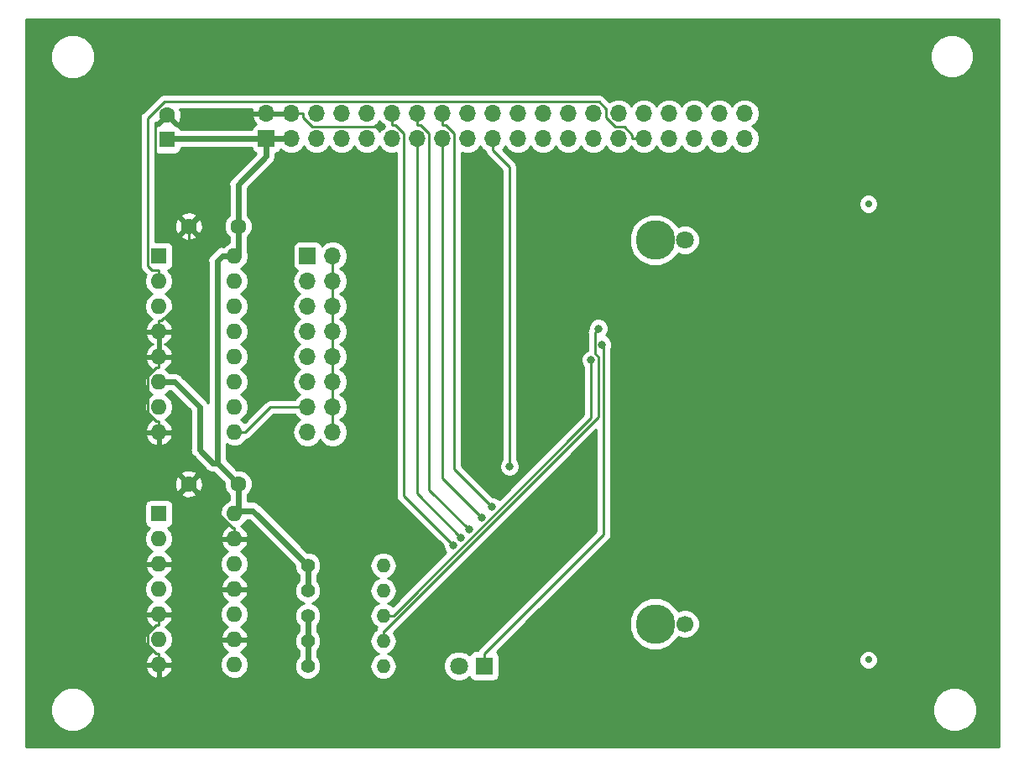
<source format=gbl>
G04 #@! TF.GenerationSoftware,KiCad,Pcbnew,(5.0.0-3-g5ebb6b6)*
G04 #@! TF.CreationDate,2018-12-24T17:10:46+09:00*
G04 #@! TF.ProjectId,SBC80-CF,53424338302D43462E6B696361645F70,rev?*
G04 #@! TF.SameCoordinates,Original*
G04 #@! TF.FileFunction,Copper,L2,Bot,Signal*
G04 #@! TF.FilePolarity,Positive*
%FSLAX46Y46*%
G04 Gerber Fmt 4.6, Leading zero omitted, Abs format (unit mm)*
G04 Created by KiCad (PCBNEW (5.0.0-3-g5ebb6b6)) date 2018 December 24, Monday 17:10:46*
%MOMM*%
%LPD*%
G01*
G04 APERTURE LIST*
G04 #@! TA.AperFunction,ComponentPad*
%ADD10R,1.700000X1.700000*%
G04 #@! TD*
G04 #@! TA.AperFunction,ComponentPad*
%ADD11O,1.700000X1.700000*%
G04 #@! TD*
G04 #@! TA.AperFunction,ComponentPad*
%ADD12R,1.800000X1.800000*%
G04 #@! TD*
G04 #@! TA.AperFunction,ComponentPad*
%ADD13C,1.800000*%
G04 #@! TD*
G04 #@! TA.AperFunction,ComponentPad*
%ADD14C,1.600000*%
G04 #@! TD*
G04 #@! TA.AperFunction,ComponentPad*
%ADD15R,1.600000X1.600000*%
G04 #@! TD*
G04 #@! TA.AperFunction,ComponentPad*
%ADD16C,1.400000*%
G04 #@! TD*
G04 #@! TA.AperFunction,ComponentPad*
%ADD17O,1.400000X1.400000*%
G04 #@! TD*
G04 #@! TA.AperFunction,ComponentPad*
%ADD18O,1.600000X1.600000*%
G04 #@! TD*
G04 #@! TA.AperFunction,ComponentPad*
%ADD19C,0.700000*%
G04 #@! TD*
G04 #@! TA.AperFunction,ComponentPad*
%ADD20C,3.990000*%
G04 #@! TD*
G04 #@! TA.AperFunction,ComponentPad*
%ADD21C,1.700000*%
G04 #@! TD*
G04 #@! TA.AperFunction,ViaPad*
%ADD22C,0.800000*%
G04 #@! TD*
G04 #@! TA.AperFunction,Conductor*
%ADD23C,0.600000*%
G04 #@! TD*
G04 #@! TA.AperFunction,Conductor*
%ADD24C,0.250000*%
G04 #@! TD*
G04 #@! TA.AperFunction,Conductor*
%ADD25C,0.254000*%
G04 #@! TD*
G04 APERTURE END LIST*
D10*
G04 #@! TO.P,J2,1*
G04 #@! TO.N,Net-(J2-Pad1)*
X128190000Y-68730000D03*
D11*
G04 #@! TO.P,J2,2*
G04 #@! TO.N,/~CS0*
X130730000Y-68730000D03*
G04 #@! TO.P,J2,3*
G04 #@! TO.N,Net-(J2-Pad3)*
X128190000Y-71270000D03*
G04 #@! TO.P,J2,4*
G04 #@! TO.N,/~CS0*
X130730000Y-71270000D03*
G04 #@! TO.P,J2,5*
G04 #@! TO.N,Net-(J2-Pad5)*
X128190000Y-73810000D03*
G04 #@! TO.P,J2,6*
G04 #@! TO.N,/~CS0*
X130730000Y-73810000D03*
G04 #@! TO.P,J2,7*
G04 #@! TO.N,Net-(J2-Pad7)*
X128190000Y-76350000D03*
G04 #@! TO.P,J2,8*
G04 #@! TO.N,/~CS0*
X130730000Y-76350000D03*
G04 #@! TO.P,J2,9*
G04 #@! TO.N,Net-(J2-Pad9)*
X128190000Y-78890000D03*
G04 #@! TO.P,J2,10*
G04 #@! TO.N,/~CS0*
X130730000Y-78890000D03*
G04 #@! TO.P,J2,11*
G04 #@! TO.N,Net-(J2-Pad11)*
X128190000Y-81430000D03*
G04 #@! TO.P,J2,12*
G04 #@! TO.N,/~CS0*
X130730000Y-81430000D03*
G04 #@! TO.P,J2,13*
G04 #@! TO.N,Net-(J2-Pad13)*
X128190000Y-83970000D03*
G04 #@! TO.P,J2,14*
G04 #@! TO.N,/~CS0*
X130730000Y-83970000D03*
G04 #@! TO.P,J2,15*
G04 #@! TO.N,Net-(J2-Pad15)*
X128190000Y-86510000D03*
G04 #@! TO.P,J2,16*
G04 #@! TO.N,/~CS0*
X130730000Y-86510000D03*
G04 #@! TD*
D12*
G04 #@! TO.P,D1,1*
G04 #@! TO.N,/~DASP*
X145990000Y-110110000D03*
D13*
G04 #@! TO.P,D1,2*
G04 #@! TO.N,Net-(D1-Pad2)*
X143450000Y-110110000D03*
G04 #@! TD*
D14*
G04 #@! TO.P,C1,1*
G04 #@! TO.N,VCC*
X121190000Y-65730000D03*
G04 #@! TO.P,C1,2*
G04 #@! TO.N,GND*
X116190000Y-65730000D03*
G04 #@! TD*
G04 #@! TO.P,C2,2*
G04 #@! TO.N,GND*
X116190000Y-91730000D03*
G04 #@! TO.P,C2,1*
G04 #@! TO.N,VCC*
X121190000Y-91730000D03*
G04 #@! TD*
D15*
G04 #@! TO.P,C3,1*
G04 #@! TO.N,VCC*
X114000000Y-57000000D03*
D14*
G04 #@! TO.P,C3,2*
G04 #@! TO.N,GND*
X114000000Y-54500000D03*
G04 #@! TD*
D16*
G04 #@! TO.P,R1,1*
G04 #@! TO.N,VCC*
X128210000Y-99950000D03*
D17*
G04 #@! TO.P,R1,2*
G04 #@! TO.N,/~CS1*
X135830000Y-99950000D03*
G04 #@! TD*
G04 #@! TO.P,R2,2*
G04 #@! TO.N,/~WE*
X135830000Y-102490000D03*
D16*
G04 #@! TO.P,R2,1*
G04 #@! TO.N,VCC*
X128210000Y-102490000D03*
G04 #@! TD*
G04 #@! TO.P,R3,1*
G04 #@! TO.N,VCC*
X128210000Y-105030000D03*
D17*
G04 #@! TO.P,R3,2*
G04 #@! TO.N,/~DMACK*
X135830000Y-105030000D03*
G04 #@! TD*
G04 #@! TO.P,R4,2*
G04 #@! TO.N,/~PDIAG*
X135830000Y-107570000D03*
D16*
G04 #@! TO.P,R4,1*
G04 #@! TO.N,VCC*
X128210000Y-107570000D03*
G04 #@! TD*
G04 #@! TO.P,R5,1*
G04 #@! TO.N,VCC*
X128210000Y-110110000D03*
D17*
G04 #@! TO.P,R5,2*
G04 #@! TO.N,Net-(D1-Pad2)*
X135830000Y-110110000D03*
G04 #@! TD*
D15*
G04 #@! TO.P,U1,1*
G04 #@! TO.N,/A5*
X113190000Y-68730000D03*
D18*
G04 #@! TO.P,U1,9*
G04 #@! TO.N,Net-(J2-Pad13)*
X120810000Y-86510000D03*
G04 #@! TO.P,U1,2*
G04 #@! TO.N,/A6*
X113190000Y-71270000D03*
G04 #@! TO.P,U1,10*
G04 #@! TO.N,Net-(J2-Pad11)*
X120810000Y-83970000D03*
G04 #@! TO.P,U1,3*
G04 #@! TO.N,/A7*
X113190000Y-73810000D03*
G04 #@! TO.P,U1,11*
G04 #@! TO.N,Net-(J2-Pad9)*
X120810000Y-81430000D03*
G04 #@! TO.P,U1,4*
G04 #@! TO.N,GND*
X113190000Y-76350000D03*
G04 #@! TO.P,U1,12*
G04 #@! TO.N,Net-(J2-Pad7)*
X120810000Y-78890000D03*
G04 #@! TO.P,U1,5*
G04 #@! TO.N,GND*
X113190000Y-78890000D03*
G04 #@! TO.P,U1,13*
G04 #@! TO.N,Net-(J2-Pad5)*
X120810000Y-76350000D03*
G04 #@! TO.P,U1,6*
G04 #@! TO.N,VCC*
X113190000Y-81430000D03*
G04 #@! TO.P,U1,14*
G04 #@! TO.N,Net-(J2-Pad3)*
X120810000Y-73810000D03*
G04 #@! TO.P,U1,7*
G04 #@! TO.N,Net-(J2-Pad15)*
X113190000Y-83970000D03*
G04 #@! TO.P,U1,15*
G04 #@! TO.N,Net-(J2-Pad1)*
X120810000Y-71270000D03*
G04 #@! TO.P,U1,8*
G04 #@! TO.N,GND*
X113190000Y-86510000D03*
G04 #@! TO.P,U1,16*
G04 #@! TO.N,VCC*
X120810000Y-68730000D03*
G04 #@! TD*
D15*
G04 #@! TO.P,U2,1*
G04 #@! TO.N,/RES*
X113190000Y-94730000D03*
D18*
G04 #@! TO.P,U2,8*
G04 #@! TO.N,N/C*
X120810000Y-109970000D03*
G04 #@! TO.P,U2,2*
G04 #@! TO.N,~RESET*
X113190000Y-97270000D03*
G04 #@! TO.P,U2,9*
G04 #@! TO.N,GND*
X120810000Y-107430000D03*
G04 #@! TO.P,U2,3*
X113190000Y-99810000D03*
G04 #@! TO.P,U2,10*
G04 #@! TO.N,N/C*
X120810000Y-104890000D03*
G04 #@! TO.P,U2,4*
X113190000Y-102350000D03*
G04 #@! TO.P,U2,11*
G04 #@! TO.N,GND*
X120810000Y-102350000D03*
G04 #@! TO.P,U2,5*
X113190000Y-104890000D03*
G04 #@! TO.P,U2,12*
G04 #@! TO.N,N/C*
X120810000Y-99810000D03*
G04 #@! TO.P,U2,6*
X113190000Y-107430000D03*
G04 #@! TO.P,U2,13*
G04 #@! TO.N,GND*
X120810000Y-97270000D03*
G04 #@! TO.P,U2,7*
X113190000Y-109970000D03*
G04 #@! TO.P,U2,14*
G04 #@! TO.N,VCC*
X120810000Y-94730000D03*
G04 #@! TD*
D10*
G04 #@! TO.P,J1,1*
G04 #@! TO.N,VCC*
X124019000Y-56897000D03*
D11*
G04 #@! TO.P,J1,2*
G04 #@! TO.N,GND*
X124019000Y-54357000D03*
G04 #@! TO.P,J1,3*
G04 #@! TO.N,VCC*
X126559000Y-56897000D03*
G04 #@! TO.P,J1,4*
G04 #@! TO.N,GND*
X126559000Y-54357000D03*
G04 #@! TO.P,J1,5*
G04 #@! TO.N,N/C*
X129099000Y-56897000D03*
G04 #@! TO.P,J1,6*
X129099000Y-54357000D03*
G04 #@! TO.P,J1,7*
X131639000Y-56897000D03*
G04 #@! TO.P,J1,8*
X131639000Y-54357000D03*
G04 #@! TO.P,J1,9*
G04 #@! TO.N,/D0*
X134179000Y-56897000D03*
G04 #@! TO.P,J1,10*
G04 #@! TO.N,/D1*
X134179000Y-54357000D03*
G04 #@! TO.P,J1,11*
G04 #@! TO.N,/D2*
X136719000Y-56897000D03*
G04 #@! TO.P,J1,12*
G04 #@! TO.N,/D3*
X136719000Y-54357000D03*
G04 #@! TO.P,J1,13*
G04 #@! TO.N,/D4*
X139259000Y-56897000D03*
G04 #@! TO.P,J1,14*
G04 #@! TO.N,/D5*
X139259000Y-54357000D03*
G04 #@! TO.P,J1,15*
G04 #@! TO.N,/D6*
X141799000Y-56897000D03*
G04 #@! TO.P,J1,16*
G04 #@! TO.N,/D7*
X141799000Y-54357000D03*
G04 #@! TO.P,J1,17*
G04 #@! TO.N,~IORD*
X144339000Y-56897000D03*
G04 #@! TO.P,J1,18*
G04 #@! TO.N,N/C*
X144339000Y-54357000D03*
G04 #@! TO.P,J1,19*
G04 #@! TO.N,~IOWR*
X146879000Y-56897000D03*
G04 #@! TO.P,J1,20*
G04 #@! TO.N,N/C*
X146879000Y-54357000D03*
G04 #@! TO.P,J1,21*
G04 #@! TO.N,/RES*
X149419000Y-56897000D03*
G04 #@! TO.P,J1,22*
G04 #@! TO.N,N/C*
X149419000Y-54357000D03*
G04 #@! TO.P,J1,23*
X151959000Y-56897000D03*
G04 #@! TO.P,J1,24*
X151959000Y-54357000D03*
G04 #@! TO.P,J1,25*
G04 #@! TO.N,/A0*
X154499000Y-56897000D03*
G04 #@! TO.P,J1,26*
G04 #@! TO.N,/A1*
X154499000Y-54357000D03*
G04 #@! TO.P,J1,27*
G04 #@! TO.N,/A2*
X157039000Y-56897000D03*
G04 #@! TO.P,J1,28*
G04 #@! TO.N,N/C*
X157039000Y-54357000D03*
G04 #@! TO.P,J1,29*
X159579000Y-56897000D03*
G04 #@! TO.P,J1,30*
G04 #@! TO.N,/A5*
X159579000Y-54357000D03*
G04 #@! TO.P,J1,31*
G04 #@! TO.N,/A6*
X162119000Y-56897000D03*
G04 #@! TO.P,J1,32*
G04 #@! TO.N,/A7*
X162119000Y-54357000D03*
G04 #@! TO.P,J1,33*
G04 #@! TO.N,N/C*
X164659000Y-56897000D03*
G04 #@! TO.P,J1,34*
X164659000Y-54357000D03*
G04 #@! TO.P,J1,35*
X167199000Y-56897000D03*
G04 #@! TO.P,J1,36*
X167199000Y-54357000D03*
G04 #@! TO.P,J1,37*
X169739000Y-56897000D03*
G04 #@! TO.P,J1,38*
X169739000Y-54357000D03*
G04 #@! TO.P,J1,39*
X172279000Y-56897000D03*
G04 #@! TO.P,J1,40*
X172279000Y-54357000D03*
G04 #@! TD*
D19*
G04 #@! TO.P,J3,*
G04 #@! TO.N,*
X184762000Y-109488000D03*
X184762000Y-63488000D03*
D20*
X163262000Y-105858000D03*
X163262000Y-67118000D03*
D21*
X166262000Y-105858000D03*
D13*
X166262000Y-67118000D03*
G04 #@! TD*
D22*
G04 #@! TO.N,GND*
X135664000Y-55685700D03*
X135195000Y-75185000D03*
X135195000Y-87885000D03*
X136465000Y-95505000D03*
X159325000Y-63120000D03*
X163135000Y-59945000D03*
X165040000Y-73280000D03*
G04 #@! TO.N,/~DASP*
X157888800Y-77666300D03*
G04 #@! TO.N,/D3*
X142913600Y-97937000D03*
G04 #@! TO.N,/D4*
X143689300Y-97138700D03*
G04 #@! TO.N,/D5*
X144464700Y-96340300D03*
G04 #@! TO.N,/D6*
X145734800Y-95119800D03*
G04 #@! TO.N,/D7*
X146796100Y-94045700D03*
G04 #@! TO.N,~IOWR*
X148569400Y-89978000D03*
G04 #@! TO.N,/~DMACK*
X156802800Y-79218400D03*
G04 #@! TO.N,/~PDIAG*
X157531200Y-76059200D03*
G04 #@! TD*
D23*
G04 #@! TO.N,VCC*
X121112600Y-94427400D02*
X122687400Y-94427400D01*
X122687400Y-94427400D02*
X128210000Y-99950000D01*
D24*
X121112600Y-94427400D02*
X120810000Y-94730000D01*
X121190000Y-94350000D02*
X121112600Y-94427400D01*
D23*
X128210000Y-99950000D02*
X128210000Y-102490000D01*
X128210000Y-107570000D02*
X128210000Y-105030000D01*
X128210000Y-110110000D02*
X128210000Y-107570000D01*
X121190000Y-91730000D02*
X121190000Y-94350000D01*
X121190000Y-68350000D02*
X121190000Y-68362000D01*
X121190000Y-68362000D02*
X120844000Y-68708000D01*
X121190000Y-65730000D02*
X121190000Y-68350000D01*
X124019000Y-56897000D02*
X126559000Y-56897000D01*
X124019000Y-56897000D02*
X114103000Y-56897000D01*
D24*
X114103000Y-56897000D02*
X114000000Y-57000000D01*
D23*
X119066000Y-89606000D02*
X118628000Y-89606000D01*
X118628000Y-89606000D02*
X117288000Y-88266000D01*
X117288000Y-88266000D02*
X117288000Y-83948000D01*
X117288000Y-83948000D02*
X114770000Y-81430000D01*
X114770000Y-81430000D02*
X113190000Y-81430000D01*
D24*
X119679000Y-68730000D02*
X119657000Y-68708000D01*
X119657000Y-68708000D02*
X119574000Y-68708000D01*
D23*
X119574000Y-68708000D02*
X119066000Y-69216000D01*
X119066000Y-69216000D02*
X119066000Y-89606000D01*
X120810000Y-68730000D02*
X119679000Y-68730000D01*
X119066000Y-89606000D02*
X121190000Y-91730000D01*
D24*
X121190000Y-68350000D02*
X120810000Y-68730000D01*
D23*
X124019000Y-56897000D02*
X124019000Y-58675000D01*
X124019000Y-58675000D02*
X121190000Y-61504000D01*
X121190000Y-61504000D02*
X121190000Y-65730000D01*
D24*
G04 #@! TO.N,GND*
X113190000Y-76350000D02*
X113190000Y-75224700D01*
X113190000Y-75224700D02*
X113471300Y-75224700D01*
X113471300Y-75224700D02*
X116190000Y-72506000D01*
X116190000Y-72506000D02*
X116190000Y-65730000D01*
X113190000Y-78890000D02*
X113190000Y-76350000D01*
X127734300Y-54357000D02*
X127734300Y-54724300D01*
X127734300Y-54724300D02*
X128695700Y-55685700D01*
X128695700Y-55685700D02*
X135664000Y-55685700D01*
X113190000Y-78890000D02*
X113190000Y-80015300D01*
X113190000Y-86510000D02*
X113190000Y-85384700D01*
X113190000Y-85384700D02*
X112908700Y-85384700D01*
X112908700Y-85384700D02*
X112064700Y-84540700D01*
X112064700Y-84540700D02*
X112064700Y-80859200D01*
X112064700Y-80859200D02*
X112908600Y-80015300D01*
X112908600Y-80015300D02*
X113190000Y-80015300D01*
X120810000Y-97270000D02*
X120810000Y-96144700D01*
X120810000Y-96144700D02*
X120604700Y-96144700D01*
X120604700Y-96144700D02*
X116190000Y-91730000D01*
X126559000Y-54357000D02*
X127734300Y-54357000D01*
X113190000Y-104890000D02*
X113190000Y-106015300D01*
X113190000Y-109970000D02*
X113190000Y-108844700D01*
X113190000Y-108844700D02*
X112908700Y-108844700D01*
X112908700Y-108844700D02*
X112064700Y-108000700D01*
X112064700Y-108000700D02*
X112064700Y-106859200D01*
X112064700Y-106859200D02*
X112908600Y-106015300D01*
X112908600Y-106015300D02*
X113190000Y-106015300D01*
X114000000Y-54500000D02*
X112874600Y-55625400D01*
X112874600Y-55625400D02*
X112874600Y-62414600D01*
X112874600Y-62414600D02*
X116190000Y-65730000D01*
G04 #@! TO.N,/~DASP*
X145990000Y-110110000D02*
X145990000Y-108884700D01*
X157888800Y-77666300D02*
X158069800Y-77847300D01*
X158069800Y-77847300D02*
X158069800Y-96804900D01*
X158069800Y-96804900D02*
X145990000Y-108884700D01*
G04 #@! TO.N,/D3*
X136719000Y-55532300D02*
X137086400Y-55532300D01*
X137086400Y-55532300D02*
X137894300Y-56340200D01*
X137894300Y-56340200D02*
X137894300Y-92917700D01*
X137894300Y-92917700D02*
X142913600Y-97937000D01*
X136719000Y-54357000D02*
X136719000Y-55532300D01*
G04 #@! TO.N,/D4*
X143689300Y-97138700D02*
X139259000Y-92708400D01*
X139259000Y-92708400D02*
X139259000Y-56897000D01*
G04 #@! TO.N,/D5*
X139259000Y-55532300D02*
X139626400Y-55532300D01*
X139626400Y-55532300D02*
X140434300Y-56340200D01*
X140434300Y-56340200D02*
X140434300Y-92309900D01*
X140434300Y-92309900D02*
X144464700Y-96340300D01*
X139259000Y-54357000D02*
X139259000Y-55532300D01*
G04 #@! TO.N,/D6*
X141799000Y-56897000D02*
X141799000Y-91184000D01*
X141799000Y-91184000D02*
X145734800Y-95119800D01*
G04 #@! TO.N,/D7*
X141799000Y-55532300D02*
X142166400Y-55532300D01*
X142166400Y-55532300D02*
X142974300Y-56340200D01*
X142974300Y-56340200D02*
X142974300Y-90223900D01*
X142974300Y-90223900D02*
X146796100Y-94045700D01*
X141799000Y-54357000D02*
X141799000Y-55532300D01*
G04 #@! TO.N,~IOWR*
X146879000Y-58072300D02*
X148569400Y-59762700D01*
X148569400Y-59762700D02*
X148569400Y-89978000D01*
X146879000Y-56897000D02*
X146879000Y-58072300D01*
G04 #@! TO.N,/~CS0*
X130730000Y-86510000D02*
X130730000Y-83970000D01*
X130730000Y-71270000D02*
X130730000Y-68730000D01*
X130730000Y-73810000D02*
X130730000Y-71270000D01*
X130730000Y-76350000D02*
X130730000Y-73810000D01*
X130730000Y-78890000D02*
X130730000Y-76350000D01*
X130730000Y-81430000D02*
X130730000Y-78890000D01*
X130730000Y-83970000D02*
X130730000Y-81430000D01*
G04 #@! TO.N,Net-(J2-Pad13)*
X120810000Y-86510000D02*
X121935300Y-86510000D01*
X121935300Y-86510000D02*
X124475300Y-83970000D01*
X124475300Y-83970000D02*
X128190000Y-83970000D01*
G04 #@! TO.N,/~DMACK*
X156802800Y-79218400D02*
X156802800Y-85082500D01*
X156802800Y-85082500D02*
X136855300Y-105030000D01*
X135830000Y-105030000D02*
X136855300Y-105030000D01*
G04 #@! TO.N,/~PDIAG*
X157531200Y-76059200D02*
X157163500Y-76426900D01*
X157163500Y-76426900D02*
X157163500Y-78553100D01*
X157163500Y-78553100D02*
X157575300Y-78964900D01*
X157575300Y-78964900D02*
X157575300Y-84953800D01*
X157575300Y-84953800D02*
X135984400Y-106544700D01*
X135984400Y-106544700D02*
X135830000Y-106544700D01*
X135830000Y-107570000D02*
X135830000Y-106544700D01*
G04 #@! TO.N,/A6*
X113190000Y-71270000D02*
X113190000Y-70144700D01*
X162119000Y-56897000D02*
X160943700Y-56897000D01*
X160943700Y-56897000D02*
X160943700Y-56529600D01*
X160943700Y-56529600D02*
X160135800Y-55721700D01*
X160135800Y-55721700D02*
X159242700Y-55721700D01*
X159242700Y-55721700D02*
X158309000Y-54788000D01*
X158309000Y-54788000D02*
X158309000Y-53884300D01*
X158309000Y-53884300D02*
X157583500Y-53158800D01*
X157583500Y-53158800D02*
X113739500Y-53158800D01*
X113739500Y-53158800D02*
X112064700Y-54833600D01*
X112064700Y-54833600D02*
X112064700Y-69722800D01*
X112064700Y-69722800D02*
X112486600Y-70144700D01*
X112486600Y-70144700D02*
X113190000Y-70144700D01*
G04 #@! TD*
D25*
G04 #@! TO.N,GND*
G36*
X197933000Y-118238000D02*
X99762000Y-118238000D01*
X99762000Y-114075431D01*
X102265000Y-114075431D01*
X102265000Y-114964569D01*
X102605259Y-115786026D01*
X103233974Y-116414741D01*
X104055431Y-116755000D01*
X104944569Y-116755000D01*
X105766026Y-116414741D01*
X106394741Y-115786026D01*
X106735000Y-114964569D01*
X106735000Y-114075431D01*
X191225000Y-114075431D01*
X191225000Y-114964569D01*
X191565259Y-115786026D01*
X192193974Y-116414741D01*
X193015431Y-116755000D01*
X193904569Y-116755000D01*
X194726026Y-116414741D01*
X195354741Y-115786026D01*
X195695000Y-114964569D01*
X195695000Y-114075431D01*
X195354741Y-113253974D01*
X194726026Y-112625259D01*
X193904569Y-112285000D01*
X193015431Y-112285000D01*
X192193974Y-112625259D01*
X191565259Y-113253974D01*
X191225000Y-114075431D01*
X106735000Y-114075431D01*
X106394741Y-113253974D01*
X105766026Y-112625259D01*
X104944569Y-112285000D01*
X104055431Y-112285000D01*
X103233974Y-112625259D01*
X102605259Y-113253974D01*
X102265000Y-114075431D01*
X99762000Y-114075431D01*
X99762000Y-110319039D01*
X111798096Y-110319039D01*
X111958959Y-110707423D01*
X112334866Y-111122389D01*
X112840959Y-111361914D01*
X113063000Y-111240629D01*
X113063000Y-110097000D01*
X113317000Y-110097000D01*
X113317000Y-111240629D01*
X113539041Y-111361914D01*
X114045134Y-111122389D01*
X114421041Y-110707423D01*
X114581904Y-110319039D01*
X114459915Y-110097000D01*
X113317000Y-110097000D01*
X113063000Y-110097000D01*
X111920085Y-110097000D01*
X111798096Y-110319039D01*
X99762000Y-110319039D01*
X99762000Y-109970000D01*
X119346887Y-109970000D01*
X119458260Y-110529909D01*
X119775423Y-111004577D01*
X120250091Y-111321740D01*
X120668667Y-111405000D01*
X120951333Y-111405000D01*
X121369909Y-111321740D01*
X121844577Y-111004577D01*
X122161740Y-110529909D01*
X122273113Y-109970000D01*
X122161740Y-109410091D01*
X121844577Y-108935423D01*
X121460892Y-108679053D01*
X121665134Y-108582389D01*
X122041041Y-108167423D01*
X122201904Y-107779039D01*
X122079915Y-107557000D01*
X120937000Y-107557000D01*
X120937000Y-107577000D01*
X120683000Y-107577000D01*
X120683000Y-107557000D01*
X119540085Y-107557000D01*
X119418096Y-107779039D01*
X119578959Y-108167423D01*
X119954866Y-108582389D01*
X120159108Y-108679053D01*
X119775423Y-108935423D01*
X119458260Y-109410091D01*
X119346887Y-109970000D01*
X99762000Y-109970000D01*
X99762000Y-107430000D01*
X111726887Y-107430000D01*
X111838260Y-107989909D01*
X112155423Y-108464577D01*
X112539108Y-108720947D01*
X112334866Y-108817611D01*
X111958959Y-109232577D01*
X111798096Y-109620961D01*
X111920085Y-109843000D01*
X113063000Y-109843000D01*
X113063000Y-109823000D01*
X113317000Y-109823000D01*
X113317000Y-109843000D01*
X114459915Y-109843000D01*
X114581904Y-109620961D01*
X114421041Y-109232577D01*
X114045134Y-108817611D01*
X113840892Y-108720947D01*
X114224577Y-108464577D01*
X114541740Y-107989909D01*
X114653113Y-107430000D01*
X114541740Y-106870091D01*
X114224577Y-106395423D01*
X113840892Y-106139053D01*
X114045134Y-106042389D01*
X114421041Y-105627423D01*
X114581904Y-105239039D01*
X114459915Y-105017000D01*
X113317000Y-105017000D01*
X113317000Y-105037000D01*
X113063000Y-105037000D01*
X113063000Y-105017000D01*
X111920085Y-105017000D01*
X111798096Y-105239039D01*
X111958959Y-105627423D01*
X112334866Y-106042389D01*
X112539108Y-106139053D01*
X112155423Y-106395423D01*
X111838260Y-106870091D01*
X111726887Y-107430000D01*
X99762000Y-107430000D01*
X99762000Y-104890000D01*
X119346887Y-104890000D01*
X119458260Y-105449909D01*
X119775423Y-105924577D01*
X120159108Y-106180947D01*
X119954866Y-106277611D01*
X119578959Y-106692577D01*
X119418096Y-107080961D01*
X119540085Y-107303000D01*
X120683000Y-107303000D01*
X120683000Y-107283000D01*
X120937000Y-107283000D01*
X120937000Y-107303000D01*
X122079915Y-107303000D01*
X122201904Y-107080961D01*
X122041041Y-106692577D01*
X121665134Y-106277611D01*
X121460892Y-106180947D01*
X121844577Y-105924577D01*
X122161740Y-105449909D01*
X122273113Y-104890000D01*
X122161740Y-104330091D01*
X121844577Y-103855423D01*
X121460892Y-103599053D01*
X121665134Y-103502389D01*
X122041041Y-103087423D01*
X122201904Y-102699039D01*
X122079915Y-102477000D01*
X120937000Y-102477000D01*
X120937000Y-102497000D01*
X120683000Y-102497000D01*
X120683000Y-102477000D01*
X119540085Y-102477000D01*
X119418096Y-102699039D01*
X119578959Y-103087423D01*
X119954866Y-103502389D01*
X120159108Y-103599053D01*
X119775423Y-103855423D01*
X119458260Y-104330091D01*
X119346887Y-104890000D01*
X99762000Y-104890000D01*
X99762000Y-102350000D01*
X111726887Y-102350000D01*
X111838260Y-102909909D01*
X112155423Y-103384577D01*
X112539108Y-103640947D01*
X112334866Y-103737611D01*
X111958959Y-104152577D01*
X111798096Y-104540961D01*
X111920085Y-104763000D01*
X113063000Y-104763000D01*
X113063000Y-104743000D01*
X113317000Y-104743000D01*
X113317000Y-104763000D01*
X114459915Y-104763000D01*
X114581904Y-104540961D01*
X114421041Y-104152577D01*
X114045134Y-103737611D01*
X113840892Y-103640947D01*
X114224577Y-103384577D01*
X114541740Y-102909909D01*
X114653113Y-102350000D01*
X114541740Y-101790091D01*
X114224577Y-101315423D01*
X113840892Y-101059053D01*
X114045134Y-100962389D01*
X114421041Y-100547423D01*
X114581904Y-100159039D01*
X114459915Y-99937000D01*
X113317000Y-99937000D01*
X113317000Y-99957000D01*
X113063000Y-99957000D01*
X113063000Y-99937000D01*
X111920085Y-99937000D01*
X111798096Y-100159039D01*
X111958959Y-100547423D01*
X112334866Y-100962389D01*
X112539108Y-101059053D01*
X112155423Y-101315423D01*
X111838260Y-101790091D01*
X111726887Y-102350000D01*
X99762000Y-102350000D01*
X99762000Y-99810000D01*
X119346887Y-99810000D01*
X119458260Y-100369909D01*
X119775423Y-100844577D01*
X120159108Y-101100947D01*
X119954866Y-101197611D01*
X119578959Y-101612577D01*
X119418096Y-102000961D01*
X119540085Y-102223000D01*
X120683000Y-102223000D01*
X120683000Y-102203000D01*
X120937000Y-102203000D01*
X120937000Y-102223000D01*
X122079915Y-102223000D01*
X122201904Y-102000961D01*
X122041041Y-101612577D01*
X121665134Y-101197611D01*
X121460892Y-101100947D01*
X121844577Y-100844577D01*
X122161740Y-100369909D01*
X122273113Y-99810000D01*
X122161740Y-99250091D01*
X121844577Y-98775423D01*
X121460892Y-98519053D01*
X121665134Y-98422389D01*
X122041041Y-98007423D01*
X122201904Y-97619039D01*
X122079915Y-97397000D01*
X120937000Y-97397000D01*
X120937000Y-97417000D01*
X120683000Y-97417000D01*
X120683000Y-97397000D01*
X119540085Y-97397000D01*
X119418096Y-97619039D01*
X119578959Y-98007423D01*
X119954866Y-98422389D01*
X120159108Y-98519053D01*
X119775423Y-98775423D01*
X119458260Y-99250091D01*
X119346887Y-99810000D01*
X99762000Y-99810000D01*
X99762000Y-97270000D01*
X111726887Y-97270000D01*
X111838260Y-97829909D01*
X112155423Y-98304577D01*
X112539108Y-98560947D01*
X112334866Y-98657611D01*
X111958959Y-99072577D01*
X111798096Y-99460961D01*
X111920085Y-99683000D01*
X113063000Y-99683000D01*
X113063000Y-99663000D01*
X113317000Y-99663000D01*
X113317000Y-99683000D01*
X114459915Y-99683000D01*
X114581904Y-99460961D01*
X114421041Y-99072577D01*
X114045134Y-98657611D01*
X113840892Y-98560947D01*
X114224577Y-98304577D01*
X114541740Y-97829909D01*
X114653113Y-97270000D01*
X114541740Y-96710091D01*
X114224577Y-96235423D01*
X114103894Y-96154785D01*
X114237765Y-96128157D01*
X114447809Y-95987809D01*
X114588157Y-95777765D01*
X114637440Y-95530000D01*
X114637440Y-93930000D01*
X114588157Y-93682235D01*
X114447809Y-93472191D01*
X114237765Y-93331843D01*
X113990000Y-93282560D01*
X112390000Y-93282560D01*
X112142235Y-93331843D01*
X111932191Y-93472191D01*
X111791843Y-93682235D01*
X111742560Y-93930000D01*
X111742560Y-95530000D01*
X111791843Y-95777765D01*
X111932191Y-95987809D01*
X112142235Y-96128157D01*
X112276106Y-96154785D01*
X112155423Y-96235423D01*
X111838260Y-96710091D01*
X111726887Y-97270000D01*
X99762000Y-97270000D01*
X99762000Y-92737745D01*
X115361861Y-92737745D01*
X115435995Y-92983864D01*
X115973223Y-93176965D01*
X116543454Y-93149778D01*
X116944005Y-92983864D01*
X117018139Y-92737745D01*
X116190000Y-91909605D01*
X115361861Y-92737745D01*
X99762000Y-92737745D01*
X99762000Y-91513223D01*
X114743035Y-91513223D01*
X114770222Y-92083454D01*
X114936136Y-92484005D01*
X115182255Y-92558139D01*
X116010395Y-91730000D01*
X116369605Y-91730000D01*
X117197745Y-92558139D01*
X117443864Y-92484005D01*
X117636965Y-91946777D01*
X117609778Y-91376546D01*
X117443864Y-90975995D01*
X117197745Y-90901861D01*
X116369605Y-91730000D01*
X116010395Y-91730000D01*
X115182255Y-90901861D01*
X114936136Y-90975995D01*
X114743035Y-91513223D01*
X99762000Y-91513223D01*
X99762000Y-90722255D01*
X115361861Y-90722255D01*
X116190000Y-91550395D01*
X117018139Y-90722255D01*
X116944005Y-90476136D01*
X116406777Y-90283035D01*
X115836546Y-90310222D01*
X115435995Y-90476136D01*
X115361861Y-90722255D01*
X99762000Y-90722255D01*
X99762000Y-86859039D01*
X111798096Y-86859039D01*
X111958959Y-87247423D01*
X112334866Y-87662389D01*
X112840959Y-87901914D01*
X113063000Y-87780629D01*
X113063000Y-86637000D01*
X113317000Y-86637000D01*
X113317000Y-87780629D01*
X113539041Y-87901914D01*
X114045134Y-87662389D01*
X114421041Y-87247423D01*
X114581904Y-86859039D01*
X114459915Y-86637000D01*
X113317000Y-86637000D01*
X113063000Y-86637000D01*
X111920085Y-86637000D01*
X111798096Y-86859039D01*
X99762000Y-86859039D01*
X99762000Y-76699039D01*
X111798096Y-76699039D01*
X111958959Y-77087423D01*
X112334866Y-77502389D01*
X112583367Y-77620000D01*
X112334866Y-77737611D01*
X111958959Y-78152577D01*
X111798096Y-78540961D01*
X111920085Y-78763000D01*
X113063000Y-78763000D01*
X113063000Y-76477000D01*
X113317000Y-76477000D01*
X113317000Y-78763000D01*
X114459915Y-78763000D01*
X114581904Y-78540961D01*
X114421041Y-78152577D01*
X114045134Y-77737611D01*
X113796633Y-77620000D01*
X114045134Y-77502389D01*
X114421041Y-77087423D01*
X114581904Y-76699039D01*
X114459915Y-76477000D01*
X113317000Y-76477000D01*
X113063000Y-76477000D01*
X111920085Y-76477000D01*
X111798096Y-76699039D01*
X99762000Y-76699039D01*
X99762000Y-54833600D01*
X111289812Y-54833600D01*
X111304700Y-54908447D01*
X111304701Y-69647948D01*
X111289812Y-69722800D01*
X111348797Y-70019337D01*
X111469095Y-70199375D01*
X111516772Y-70270729D01*
X111580228Y-70313129D01*
X111893908Y-70626809D01*
X111838260Y-70710091D01*
X111726887Y-71270000D01*
X111838260Y-71829909D01*
X112155423Y-72304577D01*
X112507758Y-72540000D01*
X112155423Y-72775423D01*
X111838260Y-73250091D01*
X111726887Y-73810000D01*
X111838260Y-74369909D01*
X112155423Y-74844577D01*
X112539108Y-75100947D01*
X112334866Y-75197611D01*
X111958959Y-75612577D01*
X111798096Y-76000961D01*
X111920085Y-76223000D01*
X113063000Y-76223000D01*
X113063000Y-76203000D01*
X113317000Y-76203000D01*
X113317000Y-76223000D01*
X114459915Y-76223000D01*
X114581904Y-76000961D01*
X114421041Y-75612577D01*
X114045134Y-75197611D01*
X113840892Y-75100947D01*
X114224577Y-74844577D01*
X114541740Y-74369909D01*
X114653113Y-73810000D01*
X114541740Y-73250091D01*
X114224577Y-72775423D01*
X113872242Y-72540000D01*
X114224577Y-72304577D01*
X114541740Y-71829909D01*
X114653113Y-71270000D01*
X114541740Y-70710091D01*
X114224577Y-70235423D01*
X114103894Y-70154785D01*
X114237765Y-70128157D01*
X114447809Y-69987809D01*
X114588157Y-69777765D01*
X114637440Y-69530000D01*
X114637440Y-67930000D01*
X114588157Y-67682235D01*
X114447809Y-67472191D01*
X114237765Y-67331843D01*
X113990000Y-67282560D01*
X112824700Y-67282560D01*
X112824700Y-66737745D01*
X115361861Y-66737745D01*
X115435995Y-66983864D01*
X115973223Y-67176965D01*
X116543454Y-67149778D01*
X116944005Y-66983864D01*
X117018139Y-66737745D01*
X116190000Y-65909605D01*
X115361861Y-66737745D01*
X112824700Y-66737745D01*
X112824700Y-65513223D01*
X114743035Y-65513223D01*
X114770222Y-66083454D01*
X114936136Y-66484005D01*
X115182255Y-66558139D01*
X116010395Y-65730000D01*
X116369605Y-65730000D01*
X117197745Y-66558139D01*
X117443864Y-66484005D01*
X117636965Y-65946777D01*
X117609778Y-65376546D01*
X117443864Y-64975995D01*
X117197745Y-64901861D01*
X116369605Y-65730000D01*
X116010395Y-65730000D01*
X115182255Y-64901861D01*
X114936136Y-64975995D01*
X114743035Y-65513223D01*
X112824700Y-65513223D01*
X112824700Y-64722255D01*
X115361861Y-64722255D01*
X116190000Y-65550395D01*
X117018139Y-64722255D01*
X116944005Y-64476136D01*
X116406777Y-64283035D01*
X115836546Y-64310222D01*
X115435995Y-64476136D01*
X115361861Y-64722255D01*
X112824700Y-64722255D01*
X112824700Y-58312940D01*
X112952235Y-58398157D01*
X113200000Y-58447440D01*
X114800000Y-58447440D01*
X115047765Y-58398157D01*
X115257809Y-58257809D01*
X115398157Y-58047765D01*
X115441075Y-57832000D01*
X122538467Y-57832000D01*
X122570843Y-57994765D01*
X122711191Y-58204809D01*
X122921235Y-58345157D01*
X123009080Y-58362630D01*
X120593972Y-60777739D01*
X120515903Y-60829903D01*
X120309251Y-61139181D01*
X120309250Y-61139182D01*
X120236683Y-61504000D01*
X120255000Y-61596086D01*
X120255001Y-64635603D01*
X119973466Y-64917138D01*
X119755000Y-65444561D01*
X119755000Y-66015439D01*
X119973466Y-66542862D01*
X120255000Y-66824396D01*
X120255001Y-67377283D01*
X120250091Y-67378260D01*
X119775423Y-67695423D01*
X119716841Y-67783097D01*
X119573999Y-67754684D01*
X119209181Y-67827251D01*
X118977970Y-67981741D01*
X118469972Y-68489739D01*
X118391903Y-68541903D01*
X118266221Y-68730000D01*
X118185250Y-68851182D01*
X118112683Y-69216000D01*
X118131000Y-69308086D01*
X118131001Y-83526685D01*
X118014259Y-83351969D01*
X117962097Y-83273903D01*
X117884031Y-83221741D01*
X115496261Y-80833972D01*
X115444097Y-80755903D01*
X115134819Y-80549250D01*
X114862086Y-80495000D01*
X114770000Y-80476683D01*
X114677914Y-80495000D01*
X114291112Y-80495000D01*
X114224577Y-80395423D01*
X113840892Y-80139053D01*
X114045134Y-80042389D01*
X114421041Y-79627423D01*
X114581904Y-79239039D01*
X114459915Y-79017000D01*
X113317000Y-79017000D01*
X113317000Y-79037000D01*
X113063000Y-79037000D01*
X113063000Y-79017000D01*
X111920085Y-79017000D01*
X111798096Y-79239039D01*
X111958959Y-79627423D01*
X112334866Y-80042389D01*
X112539108Y-80139053D01*
X112155423Y-80395423D01*
X111838260Y-80870091D01*
X111726887Y-81430000D01*
X111838260Y-81989909D01*
X112155423Y-82464577D01*
X112507758Y-82700000D01*
X112155423Y-82935423D01*
X111838260Y-83410091D01*
X111726887Y-83970000D01*
X111838260Y-84529909D01*
X112155423Y-85004577D01*
X112539108Y-85260947D01*
X112334866Y-85357611D01*
X111958959Y-85772577D01*
X111798096Y-86160961D01*
X111920085Y-86383000D01*
X113063000Y-86383000D01*
X113063000Y-86363000D01*
X113317000Y-86363000D01*
X113317000Y-86383000D01*
X114459915Y-86383000D01*
X114581904Y-86160961D01*
X114421041Y-85772577D01*
X114045134Y-85357611D01*
X113840892Y-85260947D01*
X114224577Y-85004577D01*
X114541740Y-84529909D01*
X114653113Y-83970000D01*
X114541740Y-83410091D01*
X114224577Y-82935423D01*
X113872242Y-82700000D01*
X114224577Y-82464577D01*
X114291112Y-82365000D01*
X114382711Y-82365000D01*
X116353001Y-84335291D01*
X116353000Y-88173914D01*
X116334683Y-88266000D01*
X116353000Y-88358085D01*
X116407250Y-88630818D01*
X116613903Y-88940097D01*
X116691972Y-88992261D01*
X117901740Y-90202030D01*
X117953903Y-90280097D01*
X118263181Y-90486750D01*
X118535914Y-90541000D01*
X118535917Y-90541000D01*
X118627999Y-90559316D01*
X118685575Y-90547864D01*
X119755000Y-91617289D01*
X119755000Y-92015439D01*
X119973466Y-92542862D01*
X120255000Y-92824396D01*
X120255001Y-93377283D01*
X120250091Y-93378260D01*
X119775423Y-93695423D01*
X119458260Y-94170091D01*
X119346887Y-94730000D01*
X119458260Y-95289909D01*
X119775423Y-95764577D01*
X120159108Y-96020947D01*
X119954866Y-96117611D01*
X119578959Y-96532577D01*
X119418096Y-96920961D01*
X119540085Y-97143000D01*
X120683000Y-97143000D01*
X120683000Y-97123000D01*
X120937000Y-97123000D01*
X120937000Y-97143000D01*
X122079915Y-97143000D01*
X122201904Y-96920961D01*
X122041041Y-96532577D01*
X121665134Y-96117611D01*
X121460892Y-96020947D01*
X121844577Y-95764577D01*
X122113303Y-95362400D01*
X122300111Y-95362400D01*
X126875000Y-99937290D01*
X126875000Y-100215548D01*
X127078242Y-100706217D01*
X127275000Y-100902975D01*
X127275001Y-101537024D01*
X127078242Y-101733783D01*
X126875000Y-102224452D01*
X126875000Y-102755548D01*
X127078242Y-103246217D01*
X127453783Y-103621758D01*
X127787528Y-103760000D01*
X127453783Y-103898242D01*
X127078242Y-104273783D01*
X126875000Y-104764452D01*
X126875000Y-105295548D01*
X127078242Y-105786217D01*
X127275001Y-105982976D01*
X127275000Y-106617025D01*
X127078242Y-106813783D01*
X126875000Y-107304452D01*
X126875000Y-107835548D01*
X127078242Y-108326217D01*
X127275001Y-108522976D01*
X127275000Y-109157025D01*
X127078242Y-109353783D01*
X126875000Y-109844452D01*
X126875000Y-110375548D01*
X127078242Y-110866217D01*
X127453783Y-111241758D01*
X127944452Y-111445000D01*
X128475548Y-111445000D01*
X128966217Y-111241758D01*
X129341758Y-110866217D01*
X129545000Y-110375548D01*
X129545000Y-109844452D01*
X129341758Y-109353783D01*
X129145000Y-109157025D01*
X129145000Y-108522975D01*
X129341758Y-108326217D01*
X129545000Y-107835548D01*
X129545000Y-107304452D01*
X129341758Y-106813783D01*
X129145000Y-106617025D01*
X129145000Y-105982975D01*
X129341758Y-105786217D01*
X129545000Y-105295548D01*
X129545000Y-104764452D01*
X129341758Y-104273783D01*
X128966217Y-103898242D01*
X128632472Y-103760000D01*
X128966217Y-103621758D01*
X129341758Y-103246217D01*
X129545000Y-102755548D01*
X129545000Y-102224452D01*
X129341758Y-101733783D01*
X129145000Y-101537025D01*
X129145000Y-100902975D01*
X129341758Y-100706217D01*
X129545000Y-100215548D01*
X129545000Y-99684452D01*
X129341758Y-99193783D01*
X128966217Y-98818242D01*
X128475548Y-98615000D01*
X128197290Y-98615000D01*
X123413661Y-93831372D01*
X123361497Y-93753303D01*
X123052219Y-93546650D01*
X122779486Y-93492400D01*
X122687400Y-93474083D01*
X122595314Y-93492400D01*
X122125000Y-93492400D01*
X122125000Y-92824396D01*
X122406534Y-92542862D01*
X122625000Y-92015439D01*
X122625000Y-91444561D01*
X122406534Y-90917138D01*
X122002862Y-90513466D01*
X121475439Y-90295000D01*
X121077289Y-90295000D01*
X120001000Y-89218711D01*
X120001000Y-87695303D01*
X120250091Y-87861740D01*
X120668667Y-87945000D01*
X120951333Y-87945000D01*
X121369909Y-87861740D01*
X121844577Y-87544577D01*
X122030786Y-87265896D01*
X122231837Y-87225904D01*
X122483229Y-87057929D01*
X122525631Y-86994470D01*
X124790103Y-84730000D01*
X126911822Y-84730000D01*
X127119375Y-85040625D01*
X127417761Y-85240000D01*
X127119375Y-85439375D01*
X126791161Y-85930582D01*
X126675908Y-86510000D01*
X126791161Y-87089418D01*
X127119375Y-87580625D01*
X127610582Y-87908839D01*
X128043744Y-87995000D01*
X128336256Y-87995000D01*
X128769418Y-87908839D01*
X129260625Y-87580625D01*
X129460000Y-87282239D01*
X129659375Y-87580625D01*
X130150582Y-87908839D01*
X130583744Y-87995000D01*
X130876256Y-87995000D01*
X131309418Y-87908839D01*
X131800625Y-87580625D01*
X132128839Y-87089418D01*
X132244092Y-86510000D01*
X132128839Y-85930582D01*
X131800625Y-85439375D01*
X131502239Y-85240000D01*
X131800625Y-85040625D01*
X132128839Y-84549418D01*
X132244092Y-83970000D01*
X132128839Y-83390582D01*
X131800625Y-82899375D01*
X131502239Y-82700000D01*
X131800625Y-82500625D01*
X132128839Y-82009418D01*
X132244092Y-81430000D01*
X132128839Y-80850582D01*
X131800625Y-80359375D01*
X131502239Y-80160000D01*
X131800625Y-79960625D01*
X132128839Y-79469418D01*
X132244092Y-78890000D01*
X132128839Y-78310582D01*
X131800625Y-77819375D01*
X131502239Y-77620000D01*
X131800625Y-77420625D01*
X132128839Y-76929418D01*
X132244092Y-76350000D01*
X132128839Y-75770582D01*
X131800625Y-75279375D01*
X131502239Y-75080000D01*
X131800625Y-74880625D01*
X132128839Y-74389418D01*
X132244092Y-73810000D01*
X132128839Y-73230582D01*
X131800625Y-72739375D01*
X131502239Y-72540000D01*
X131800625Y-72340625D01*
X132128839Y-71849418D01*
X132244092Y-71270000D01*
X132128839Y-70690582D01*
X131800625Y-70199375D01*
X131502239Y-70000000D01*
X131800625Y-69800625D01*
X132128839Y-69309418D01*
X132244092Y-68730000D01*
X132128839Y-68150582D01*
X131800625Y-67659375D01*
X131309418Y-67331161D01*
X130876256Y-67245000D01*
X130583744Y-67245000D01*
X130150582Y-67331161D01*
X129659375Y-67659375D01*
X129647184Y-67677619D01*
X129638157Y-67632235D01*
X129497809Y-67422191D01*
X129287765Y-67281843D01*
X129040000Y-67232560D01*
X127340000Y-67232560D01*
X127092235Y-67281843D01*
X126882191Y-67422191D01*
X126741843Y-67632235D01*
X126692560Y-67880000D01*
X126692560Y-69580000D01*
X126741843Y-69827765D01*
X126882191Y-70037809D01*
X127092235Y-70178157D01*
X127137619Y-70187184D01*
X127119375Y-70199375D01*
X126791161Y-70690582D01*
X126675908Y-71270000D01*
X126791161Y-71849418D01*
X127119375Y-72340625D01*
X127417761Y-72540000D01*
X127119375Y-72739375D01*
X126791161Y-73230582D01*
X126675908Y-73810000D01*
X126791161Y-74389418D01*
X127119375Y-74880625D01*
X127417761Y-75080000D01*
X127119375Y-75279375D01*
X126791161Y-75770582D01*
X126675908Y-76350000D01*
X126791161Y-76929418D01*
X127119375Y-77420625D01*
X127417761Y-77620000D01*
X127119375Y-77819375D01*
X126791161Y-78310582D01*
X126675908Y-78890000D01*
X126791161Y-79469418D01*
X127119375Y-79960625D01*
X127417761Y-80160000D01*
X127119375Y-80359375D01*
X126791161Y-80850582D01*
X126675908Y-81430000D01*
X126791161Y-82009418D01*
X127119375Y-82500625D01*
X127417761Y-82700000D01*
X127119375Y-82899375D01*
X126911822Y-83210000D01*
X124550146Y-83210000D01*
X124475299Y-83195112D01*
X124400452Y-83210000D01*
X124400448Y-83210000D01*
X124178763Y-83254096D01*
X124178761Y-83254097D01*
X124178762Y-83254097D01*
X123990826Y-83379671D01*
X123990824Y-83379673D01*
X123927371Y-83422071D01*
X123884973Y-83485524D01*
X121864804Y-85505695D01*
X121844577Y-85475423D01*
X121492242Y-85240000D01*
X121844577Y-85004577D01*
X122161740Y-84529909D01*
X122273113Y-83970000D01*
X122161740Y-83410091D01*
X121844577Y-82935423D01*
X121492242Y-82700000D01*
X121844577Y-82464577D01*
X122161740Y-81989909D01*
X122273113Y-81430000D01*
X122161740Y-80870091D01*
X121844577Y-80395423D01*
X121492242Y-80160000D01*
X121844577Y-79924577D01*
X122161740Y-79449909D01*
X122273113Y-78890000D01*
X122161740Y-78330091D01*
X121844577Y-77855423D01*
X121492242Y-77620000D01*
X121844577Y-77384577D01*
X122161740Y-76909909D01*
X122273113Y-76350000D01*
X122161740Y-75790091D01*
X121844577Y-75315423D01*
X121492242Y-75080000D01*
X121844577Y-74844577D01*
X122161740Y-74369909D01*
X122273113Y-73810000D01*
X122161740Y-73250091D01*
X121844577Y-72775423D01*
X121492242Y-72540000D01*
X121844577Y-72304577D01*
X122161740Y-71829909D01*
X122273113Y-71270000D01*
X122161740Y-70710091D01*
X121844577Y-70235423D01*
X121492242Y-70000000D01*
X121844577Y-69764577D01*
X122161740Y-69289909D01*
X122273113Y-68730000D01*
X122161740Y-68170091D01*
X122125000Y-68115106D01*
X122125000Y-66824396D01*
X122406534Y-66542862D01*
X122625000Y-66015439D01*
X122625000Y-65444561D01*
X122406534Y-64917138D01*
X122125000Y-64635604D01*
X122125000Y-61891289D01*
X124615031Y-59401259D01*
X124693097Y-59349097D01*
X124899750Y-59039819D01*
X124954000Y-58767086D01*
X124972317Y-58675001D01*
X124954000Y-58582915D01*
X124954000Y-58377533D01*
X125116765Y-58345157D01*
X125326809Y-58204809D01*
X125467157Y-57994765D01*
X125476184Y-57949381D01*
X125488375Y-57967625D01*
X125979582Y-58295839D01*
X126412744Y-58382000D01*
X126705256Y-58382000D01*
X127138418Y-58295839D01*
X127629625Y-57967625D01*
X127829000Y-57669239D01*
X128028375Y-57967625D01*
X128519582Y-58295839D01*
X128952744Y-58382000D01*
X129245256Y-58382000D01*
X129678418Y-58295839D01*
X130169625Y-57967625D01*
X130369000Y-57669239D01*
X130568375Y-57967625D01*
X131059582Y-58295839D01*
X131492744Y-58382000D01*
X131785256Y-58382000D01*
X132218418Y-58295839D01*
X132709625Y-57967625D01*
X132909000Y-57669239D01*
X133108375Y-57967625D01*
X133599582Y-58295839D01*
X134032744Y-58382000D01*
X134325256Y-58382000D01*
X134758418Y-58295839D01*
X135249625Y-57967625D01*
X135449000Y-57669239D01*
X135648375Y-57967625D01*
X136139582Y-58295839D01*
X136572744Y-58382000D01*
X136865256Y-58382000D01*
X137134300Y-58328484D01*
X137134301Y-92842848D01*
X137119412Y-92917700D01*
X137134301Y-92992552D01*
X137178397Y-93214237D01*
X137346372Y-93465629D01*
X137409828Y-93508029D01*
X141878600Y-97976802D01*
X141878600Y-98142874D01*
X142036169Y-98523280D01*
X142161694Y-98648805D01*
X136762807Y-104047692D01*
X136350891Y-103772458D01*
X136288261Y-103760000D01*
X136350891Y-103747542D01*
X136792481Y-103452481D01*
X137087542Y-103010891D01*
X137191154Y-102490000D01*
X137087542Y-101969109D01*
X136792481Y-101527519D01*
X136350891Y-101232458D01*
X136288261Y-101220000D01*
X136350891Y-101207542D01*
X136792481Y-100912481D01*
X137087542Y-100470891D01*
X137191154Y-99950000D01*
X137087542Y-99429109D01*
X136792481Y-98987519D01*
X136350891Y-98692458D01*
X135961485Y-98615000D01*
X135698515Y-98615000D01*
X135309109Y-98692458D01*
X134867519Y-98987519D01*
X134572458Y-99429109D01*
X134468846Y-99950000D01*
X134572458Y-100470891D01*
X134867519Y-100912481D01*
X135309109Y-101207542D01*
X135371739Y-101220000D01*
X135309109Y-101232458D01*
X134867519Y-101527519D01*
X134572458Y-101969109D01*
X134468846Y-102490000D01*
X134572458Y-103010891D01*
X134867519Y-103452481D01*
X135309109Y-103747542D01*
X135371739Y-103760000D01*
X135309109Y-103772458D01*
X134867519Y-104067519D01*
X134572458Y-104509109D01*
X134468846Y-105030000D01*
X134572458Y-105550891D01*
X134867519Y-105992481D01*
X135156098Y-106185303D01*
X135114096Y-106248163D01*
X135069455Y-106472590D01*
X134867519Y-106607519D01*
X134572458Y-107049109D01*
X134468846Y-107570000D01*
X134572458Y-108090891D01*
X134867519Y-108532481D01*
X135309109Y-108827542D01*
X135371739Y-108840000D01*
X135309109Y-108852458D01*
X134867519Y-109147519D01*
X134572458Y-109589109D01*
X134468846Y-110110000D01*
X134572458Y-110630891D01*
X134867519Y-111072481D01*
X135309109Y-111367542D01*
X135698515Y-111445000D01*
X135961485Y-111445000D01*
X136350891Y-111367542D01*
X136792481Y-111072481D01*
X137087542Y-110630891D01*
X137191154Y-110110000D01*
X137087542Y-109589109D01*
X136792481Y-109147519D01*
X136350891Y-108852458D01*
X136288261Y-108840000D01*
X136350891Y-108827542D01*
X136792481Y-108532481D01*
X137087542Y-108090891D01*
X137191154Y-107570000D01*
X137087542Y-107049109D01*
X136874152Y-106729749D01*
X157309800Y-86294102D01*
X157309801Y-96490097D01*
X145505528Y-108294371D01*
X145442072Y-108336771D01*
X145399672Y-108400227D01*
X145399671Y-108400228D01*
X145309619Y-108535000D01*
X145291204Y-108562560D01*
X145090000Y-108562560D01*
X144842235Y-108611843D01*
X144632191Y-108752191D01*
X144491843Y-108962235D01*
X144488725Y-108977908D01*
X144319507Y-108808690D01*
X143755330Y-108575000D01*
X143144670Y-108575000D01*
X142580493Y-108808690D01*
X142148690Y-109240493D01*
X141915000Y-109804670D01*
X141915000Y-110415330D01*
X142148690Y-110979507D01*
X142580493Y-111411310D01*
X143144670Y-111645000D01*
X143755330Y-111645000D01*
X144319507Y-111411310D01*
X144488725Y-111242092D01*
X144491843Y-111257765D01*
X144632191Y-111467809D01*
X144842235Y-111608157D01*
X145090000Y-111657440D01*
X146890000Y-111657440D01*
X147137765Y-111608157D01*
X147347809Y-111467809D01*
X147488157Y-111257765D01*
X147537440Y-111010000D01*
X147537440Y-109292071D01*
X183777000Y-109292071D01*
X183777000Y-109683929D01*
X183926958Y-110045958D01*
X184204042Y-110323042D01*
X184566071Y-110473000D01*
X184957929Y-110473000D01*
X185319958Y-110323042D01*
X185597042Y-110045958D01*
X185747000Y-109683929D01*
X185747000Y-109292071D01*
X185597042Y-108930042D01*
X185319958Y-108652958D01*
X184957929Y-108503000D01*
X184566071Y-108503000D01*
X184204042Y-108652958D01*
X183926958Y-108930042D01*
X183777000Y-109292071D01*
X147537440Y-109292071D01*
X147537440Y-109210000D01*
X147488157Y-108962235D01*
X147347809Y-108752191D01*
X147257592Y-108691909D01*
X150614641Y-105334860D01*
X160632000Y-105334860D01*
X160632000Y-106381140D01*
X161032393Y-107347775D01*
X161772225Y-108087607D01*
X162738860Y-108488000D01*
X163785140Y-108488000D01*
X164751775Y-108087607D01*
X165491607Y-107347775D01*
X165562859Y-107175758D01*
X165966615Y-107343000D01*
X166557385Y-107343000D01*
X167103185Y-107116922D01*
X167520922Y-106699185D01*
X167747000Y-106153385D01*
X167747000Y-105562615D01*
X167520922Y-105016815D01*
X167103185Y-104599078D01*
X166557385Y-104373000D01*
X165966615Y-104373000D01*
X165562859Y-104540242D01*
X165491607Y-104368225D01*
X164751775Y-103628393D01*
X163785140Y-103228000D01*
X162738860Y-103228000D01*
X161772225Y-103628393D01*
X161032393Y-104368225D01*
X160632000Y-105334860D01*
X150614641Y-105334860D01*
X158554273Y-97395229D01*
X158617729Y-97352829D01*
X158785704Y-97101437D01*
X158829800Y-96879752D01*
X158829800Y-96879747D01*
X158844688Y-96804900D01*
X158829800Y-96730053D01*
X158829800Y-78099111D01*
X158923800Y-77872174D01*
X158923800Y-77460426D01*
X158766231Y-77080020D01*
X158475080Y-76788869D01*
X158326702Y-76727409D01*
X158408631Y-76645480D01*
X158566200Y-76265074D01*
X158566200Y-75853326D01*
X158408631Y-75472920D01*
X158117480Y-75181769D01*
X157737074Y-75024200D01*
X157325326Y-75024200D01*
X156944920Y-75181769D01*
X156653769Y-75472920D01*
X156496200Y-75853326D01*
X156496200Y-76057623D01*
X156447596Y-76130364D01*
X156403500Y-76352049D01*
X156403500Y-76352053D01*
X156388612Y-76426900D01*
X156403500Y-76501747D01*
X156403501Y-78263519D01*
X156216520Y-78340969D01*
X155925369Y-78632120D01*
X155767800Y-79012526D01*
X155767800Y-79424274D01*
X155925369Y-79804680D01*
X156042800Y-79922111D01*
X156042801Y-84767697D01*
X147512305Y-93298194D01*
X147382380Y-93168269D01*
X147001974Y-93010700D01*
X146835903Y-93010700D01*
X143734300Y-89909099D01*
X143734300Y-58278946D01*
X143759582Y-58295839D01*
X144192744Y-58382000D01*
X144485256Y-58382000D01*
X144918418Y-58295839D01*
X145409625Y-57967625D01*
X145609000Y-57669239D01*
X145808375Y-57967625D01*
X146125430Y-58179475D01*
X146163097Y-58368837D01*
X146331072Y-58620229D01*
X146394528Y-58662629D01*
X147809400Y-60077502D01*
X147809401Y-89274288D01*
X147691969Y-89391720D01*
X147534400Y-89772126D01*
X147534400Y-90183874D01*
X147691969Y-90564280D01*
X147983120Y-90855431D01*
X148363526Y-91013000D01*
X148775274Y-91013000D01*
X149155680Y-90855431D01*
X149446831Y-90564280D01*
X149604400Y-90183874D01*
X149604400Y-89772126D01*
X149446831Y-89391720D01*
X149329400Y-89274289D01*
X149329400Y-66594860D01*
X160632000Y-66594860D01*
X160632000Y-67641140D01*
X161032393Y-68607775D01*
X161772225Y-69347607D01*
X162738860Y-69748000D01*
X163785140Y-69748000D01*
X164751775Y-69347607D01*
X165491607Y-68607775D01*
X165543724Y-68481952D01*
X165956670Y-68653000D01*
X166567330Y-68653000D01*
X167131507Y-68419310D01*
X167563310Y-67987507D01*
X167797000Y-67423330D01*
X167797000Y-66812670D01*
X167563310Y-66248493D01*
X167131507Y-65816690D01*
X166567330Y-65583000D01*
X165956670Y-65583000D01*
X165543724Y-65754048D01*
X165491607Y-65628225D01*
X164751775Y-64888393D01*
X163785140Y-64488000D01*
X162738860Y-64488000D01*
X161772225Y-64888393D01*
X161032393Y-65628225D01*
X160632000Y-66594860D01*
X149329400Y-66594860D01*
X149329400Y-63292071D01*
X183777000Y-63292071D01*
X183777000Y-63683929D01*
X183926958Y-64045958D01*
X184204042Y-64323042D01*
X184566071Y-64473000D01*
X184957929Y-64473000D01*
X185319958Y-64323042D01*
X185597042Y-64045958D01*
X185747000Y-63683929D01*
X185747000Y-63292071D01*
X185597042Y-62930042D01*
X185319958Y-62652958D01*
X184957929Y-62503000D01*
X184566071Y-62503000D01*
X184204042Y-62652958D01*
X183926958Y-62930042D01*
X183777000Y-63292071D01*
X149329400Y-63292071D01*
X149329400Y-59837548D01*
X149344288Y-59762700D01*
X149329400Y-59687852D01*
X149329400Y-59687848D01*
X149285304Y-59466163D01*
X149117329Y-59214771D01*
X149053873Y-59172371D01*
X147889380Y-58007879D01*
X147949625Y-57967625D01*
X148149000Y-57669239D01*
X148348375Y-57967625D01*
X148839582Y-58295839D01*
X149272744Y-58382000D01*
X149565256Y-58382000D01*
X149998418Y-58295839D01*
X150489625Y-57967625D01*
X150689000Y-57669239D01*
X150888375Y-57967625D01*
X151379582Y-58295839D01*
X151812744Y-58382000D01*
X152105256Y-58382000D01*
X152538418Y-58295839D01*
X153029625Y-57967625D01*
X153229000Y-57669239D01*
X153428375Y-57967625D01*
X153919582Y-58295839D01*
X154352744Y-58382000D01*
X154645256Y-58382000D01*
X155078418Y-58295839D01*
X155569625Y-57967625D01*
X155769000Y-57669239D01*
X155968375Y-57967625D01*
X156459582Y-58295839D01*
X156892744Y-58382000D01*
X157185256Y-58382000D01*
X157618418Y-58295839D01*
X158109625Y-57967625D01*
X158309000Y-57669239D01*
X158508375Y-57967625D01*
X158999582Y-58295839D01*
X159432744Y-58382000D01*
X159725256Y-58382000D01*
X160158418Y-58295839D01*
X160649625Y-57967625D01*
X160849000Y-57669239D01*
X161048375Y-57967625D01*
X161539582Y-58295839D01*
X161972744Y-58382000D01*
X162265256Y-58382000D01*
X162698418Y-58295839D01*
X163189625Y-57967625D01*
X163389000Y-57669239D01*
X163588375Y-57967625D01*
X164079582Y-58295839D01*
X164512744Y-58382000D01*
X164805256Y-58382000D01*
X165238418Y-58295839D01*
X165729625Y-57967625D01*
X165929000Y-57669239D01*
X166128375Y-57967625D01*
X166619582Y-58295839D01*
X167052744Y-58382000D01*
X167345256Y-58382000D01*
X167778418Y-58295839D01*
X168269625Y-57967625D01*
X168469000Y-57669239D01*
X168668375Y-57967625D01*
X169159582Y-58295839D01*
X169592744Y-58382000D01*
X169885256Y-58382000D01*
X170318418Y-58295839D01*
X170809625Y-57967625D01*
X171009000Y-57669239D01*
X171208375Y-57967625D01*
X171699582Y-58295839D01*
X172132744Y-58382000D01*
X172425256Y-58382000D01*
X172858418Y-58295839D01*
X173349625Y-57967625D01*
X173677839Y-57476418D01*
X173793092Y-56897000D01*
X173677839Y-56317582D01*
X173349625Y-55826375D01*
X173051239Y-55627000D01*
X173349625Y-55427625D01*
X173677839Y-54936418D01*
X173793092Y-54357000D01*
X173677839Y-53777582D01*
X173349625Y-53286375D01*
X172858418Y-52958161D01*
X172425256Y-52872000D01*
X172132744Y-52872000D01*
X171699582Y-52958161D01*
X171208375Y-53286375D01*
X171009000Y-53584761D01*
X170809625Y-53286375D01*
X170318418Y-52958161D01*
X169885256Y-52872000D01*
X169592744Y-52872000D01*
X169159582Y-52958161D01*
X168668375Y-53286375D01*
X168469000Y-53584761D01*
X168269625Y-53286375D01*
X167778418Y-52958161D01*
X167345256Y-52872000D01*
X167052744Y-52872000D01*
X166619582Y-52958161D01*
X166128375Y-53286375D01*
X165929000Y-53584761D01*
X165729625Y-53286375D01*
X165238418Y-52958161D01*
X164805256Y-52872000D01*
X164512744Y-52872000D01*
X164079582Y-52958161D01*
X163588375Y-53286375D01*
X163389000Y-53584761D01*
X163189625Y-53286375D01*
X162698418Y-52958161D01*
X162265256Y-52872000D01*
X161972744Y-52872000D01*
X161539582Y-52958161D01*
X161048375Y-53286375D01*
X160849000Y-53584761D01*
X160649625Y-53286375D01*
X160158418Y-52958161D01*
X159725256Y-52872000D01*
X159432744Y-52872000D01*
X158999582Y-52958161D01*
X158674725Y-53175223D01*
X158173831Y-52674330D01*
X158131429Y-52610871D01*
X157880037Y-52442896D01*
X157658352Y-52398800D01*
X157658347Y-52398800D01*
X157583500Y-52383912D01*
X157508653Y-52398800D01*
X113814347Y-52398800D01*
X113739500Y-52383912D01*
X113664653Y-52398800D01*
X113664648Y-52398800D01*
X113442963Y-52442896D01*
X113191571Y-52610871D01*
X113149171Y-52674327D01*
X111580230Y-54243269D01*
X111516771Y-54285671D01*
X111348796Y-54537064D01*
X111304700Y-54758749D01*
X111304700Y-54758753D01*
X111289812Y-54833600D01*
X99762000Y-54833600D01*
X99762000Y-48165431D01*
X102275000Y-48165431D01*
X102275000Y-49054569D01*
X102615259Y-49876026D01*
X103243974Y-50504741D01*
X104065431Y-50845000D01*
X104954569Y-50845000D01*
X105776026Y-50504741D01*
X106404741Y-49876026D01*
X106745000Y-49054569D01*
X106745000Y-48165431D01*
X106732574Y-48135431D01*
X190955000Y-48135431D01*
X190955000Y-49024569D01*
X191295259Y-49846026D01*
X191923974Y-50474741D01*
X192745431Y-50815000D01*
X193634569Y-50815000D01*
X194456026Y-50474741D01*
X195084741Y-49846026D01*
X195425000Y-49024569D01*
X195425000Y-48135431D01*
X195084741Y-47313974D01*
X194456026Y-46685259D01*
X193634569Y-46345000D01*
X192745431Y-46345000D01*
X191923974Y-46685259D01*
X191295259Y-47313974D01*
X190955000Y-48135431D01*
X106732574Y-48135431D01*
X106404741Y-47343974D01*
X105776026Y-46715259D01*
X104954569Y-46375000D01*
X104065431Y-46375000D01*
X103243974Y-46715259D01*
X102615259Y-47343974D01*
X102275000Y-48165431D01*
X99762000Y-48165431D01*
X99762000Y-44832000D01*
X197933000Y-44832000D01*
X197933000Y-118238000D01*
X197933000Y-118238000D01*
G37*
X197933000Y-118238000D02*
X99762000Y-118238000D01*
X99762000Y-114075431D01*
X102265000Y-114075431D01*
X102265000Y-114964569D01*
X102605259Y-115786026D01*
X103233974Y-116414741D01*
X104055431Y-116755000D01*
X104944569Y-116755000D01*
X105766026Y-116414741D01*
X106394741Y-115786026D01*
X106735000Y-114964569D01*
X106735000Y-114075431D01*
X191225000Y-114075431D01*
X191225000Y-114964569D01*
X191565259Y-115786026D01*
X192193974Y-116414741D01*
X193015431Y-116755000D01*
X193904569Y-116755000D01*
X194726026Y-116414741D01*
X195354741Y-115786026D01*
X195695000Y-114964569D01*
X195695000Y-114075431D01*
X195354741Y-113253974D01*
X194726026Y-112625259D01*
X193904569Y-112285000D01*
X193015431Y-112285000D01*
X192193974Y-112625259D01*
X191565259Y-113253974D01*
X191225000Y-114075431D01*
X106735000Y-114075431D01*
X106394741Y-113253974D01*
X105766026Y-112625259D01*
X104944569Y-112285000D01*
X104055431Y-112285000D01*
X103233974Y-112625259D01*
X102605259Y-113253974D01*
X102265000Y-114075431D01*
X99762000Y-114075431D01*
X99762000Y-110319039D01*
X111798096Y-110319039D01*
X111958959Y-110707423D01*
X112334866Y-111122389D01*
X112840959Y-111361914D01*
X113063000Y-111240629D01*
X113063000Y-110097000D01*
X113317000Y-110097000D01*
X113317000Y-111240629D01*
X113539041Y-111361914D01*
X114045134Y-111122389D01*
X114421041Y-110707423D01*
X114581904Y-110319039D01*
X114459915Y-110097000D01*
X113317000Y-110097000D01*
X113063000Y-110097000D01*
X111920085Y-110097000D01*
X111798096Y-110319039D01*
X99762000Y-110319039D01*
X99762000Y-109970000D01*
X119346887Y-109970000D01*
X119458260Y-110529909D01*
X119775423Y-111004577D01*
X120250091Y-111321740D01*
X120668667Y-111405000D01*
X120951333Y-111405000D01*
X121369909Y-111321740D01*
X121844577Y-111004577D01*
X122161740Y-110529909D01*
X122273113Y-109970000D01*
X122161740Y-109410091D01*
X121844577Y-108935423D01*
X121460892Y-108679053D01*
X121665134Y-108582389D01*
X122041041Y-108167423D01*
X122201904Y-107779039D01*
X122079915Y-107557000D01*
X120937000Y-107557000D01*
X120937000Y-107577000D01*
X120683000Y-107577000D01*
X120683000Y-107557000D01*
X119540085Y-107557000D01*
X119418096Y-107779039D01*
X119578959Y-108167423D01*
X119954866Y-108582389D01*
X120159108Y-108679053D01*
X119775423Y-108935423D01*
X119458260Y-109410091D01*
X119346887Y-109970000D01*
X99762000Y-109970000D01*
X99762000Y-107430000D01*
X111726887Y-107430000D01*
X111838260Y-107989909D01*
X112155423Y-108464577D01*
X112539108Y-108720947D01*
X112334866Y-108817611D01*
X111958959Y-109232577D01*
X111798096Y-109620961D01*
X111920085Y-109843000D01*
X113063000Y-109843000D01*
X113063000Y-109823000D01*
X113317000Y-109823000D01*
X113317000Y-109843000D01*
X114459915Y-109843000D01*
X114581904Y-109620961D01*
X114421041Y-109232577D01*
X114045134Y-108817611D01*
X113840892Y-108720947D01*
X114224577Y-108464577D01*
X114541740Y-107989909D01*
X114653113Y-107430000D01*
X114541740Y-106870091D01*
X114224577Y-106395423D01*
X113840892Y-106139053D01*
X114045134Y-106042389D01*
X114421041Y-105627423D01*
X114581904Y-105239039D01*
X114459915Y-105017000D01*
X113317000Y-105017000D01*
X113317000Y-105037000D01*
X113063000Y-105037000D01*
X113063000Y-105017000D01*
X111920085Y-105017000D01*
X111798096Y-105239039D01*
X111958959Y-105627423D01*
X112334866Y-106042389D01*
X112539108Y-106139053D01*
X112155423Y-106395423D01*
X111838260Y-106870091D01*
X111726887Y-107430000D01*
X99762000Y-107430000D01*
X99762000Y-104890000D01*
X119346887Y-104890000D01*
X119458260Y-105449909D01*
X119775423Y-105924577D01*
X120159108Y-106180947D01*
X119954866Y-106277611D01*
X119578959Y-106692577D01*
X119418096Y-107080961D01*
X119540085Y-107303000D01*
X120683000Y-107303000D01*
X120683000Y-107283000D01*
X120937000Y-107283000D01*
X120937000Y-107303000D01*
X122079915Y-107303000D01*
X122201904Y-107080961D01*
X122041041Y-106692577D01*
X121665134Y-106277611D01*
X121460892Y-106180947D01*
X121844577Y-105924577D01*
X122161740Y-105449909D01*
X122273113Y-104890000D01*
X122161740Y-104330091D01*
X121844577Y-103855423D01*
X121460892Y-103599053D01*
X121665134Y-103502389D01*
X122041041Y-103087423D01*
X122201904Y-102699039D01*
X122079915Y-102477000D01*
X120937000Y-102477000D01*
X120937000Y-102497000D01*
X120683000Y-102497000D01*
X120683000Y-102477000D01*
X119540085Y-102477000D01*
X119418096Y-102699039D01*
X119578959Y-103087423D01*
X119954866Y-103502389D01*
X120159108Y-103599053D01*
X119775423Y-103855423D01*
X119458260Y-104330091D01*
X119346887Y-104890000D01*
X99762000Y-104890000D01*
X99762000Y-102350000D01*
X111726887Y-102350000D01*
X111838260Y-102909909D01*
X112155423Y-103384577D01*
X112539108Y-103640947D01*
X112334866Y-103737611D01*
X111958959Y-104152577D01*
X111798096Y-104540961D01*
X111920085Y-104763000D01*
X113063000Y-104763000D01*
X113063000Y-104743000D01*
X113317000Y-104743000D01*
X113317000Y-104763000D01*
X114459915Y-104763000D01*
X114581904Y-104540961D01*
X114421041Y-104152577D01*
X114045134Y-103737611D01*
X113840892Y-103640947D01*
X114224577Y-103384577D01*
X114541740Y-102909909D01*
X114653113Y-102350000D01*
X114541740Y-101790091D01*
X114224577Y-101315423D01*
X113840892Y-101059053D01*
X114045134Y-100962389D01*
X114421041Y-100547423D01*
X114581904Y-100159039D01*
X114459915Y-99937000D01*
X113317000Y-99937000D01*
X113317000Y-99957000D01*
X113063000Y-99957000D01*
X113063000Y-99937000D01*
X111920085Y-99937000D01*
X111798096Y-100159039D01*
X111958959Y-100547423D01*
X112334866Y-100962389D01*
X112539108Y-101059053D01*
X112155423Y-101315423D01*
X111838260Y-101790091D01*
X111726887Y-102350000D01*
X99762000Y-102350000D01*
X99762000Y-99810000D01*
X119346887Y-99810000D01*
X119458260Y-100369909D01*
X119775423Y-100844577D01*
X120159108Y-101100947D01*
X119954866Y-101197611D01*
X119578959Y-101612577D01*
X119418096Y-102000961D01*
X119540085Y-102223000D01*
X120683000Y-102223000D01*
X120683000Y-102203000D01*
X120937000Y-102203000D01*
X120937000Y-102223000D01*
X122079915Y-102223000D01*
X122201904Y-102000961D01*
X122041041Y-101612577D01*
X121665134Y-101197611D01*
X121460892Y-101100947D01*
X121844577Y-100844577D01*
X122161740Y-100369909D01*
X122273113Y-99810000D01*
X122161740Y-99250091D01*
X121844577Y-98775423D01*
X121460892Y-98519053D01*
X121665134Y-98422389D01*
X122041041Y-98007423D01*
X122201904Y-97619039D01*
X122079915Y-97397000D01*
X120937000Y-97397000D01*
X120937000Y-97417000D01*
X120683000Y-97417000D01*
X120683000Y-97397000D01*
X119540085Y-97397000D01*
X119418096Y-97619039D01*
X119578959Y-98007423D01*
X119954866Y-98422389D01*
X120159108Y-98519053D01*
X119775423Y-98775423D01*
X119458260Y-99250091D01*
X119346887Y-99810000D01*
X99762000Y-99810000D01*
X99762000Y-97270000D01*
X111726887Y-97270000D01*
X111838260Y-97829909D01*
X112155423Y-98304577D01*
X112539108Y-98560947D01*
X112334866Y-98657611D01*
X111958959Y-99072577D01*
X111798096Y-99460961D01*
X111920085Y-99683000D01*
X113063000Y-99683000D01*
X113063000Y-99663000D01*
X113317000Y-99663000D01*
X113317000Y-99683000D01*
X114459915Y-99683000D01*
X114581904Y-99460961D01*
X114421041Y-99072577D01*
X114045134Y-98657611D01*
X113840892Y-98560947D01*
X114224577Y-98304577D01*
X114541740Y-97829909D01*
X114653113Y-97270000D01*
X114541740Y-96710091D01*
X114224577Y-96235423D01*
X114103894Y-96154785D01*
X114237765Y-96128157D01*
X114447809Y-95987809D01*
X114588157Y-95777765D01*
X114637440Y-95530000D01*
X114637440Y-93930000D01*
X114588157Y-93682235D01*
X114447809Y-93472191D01*
X114237765Y-93331843D01*
X113990000Y-93282560D01*
X112390000Y-93282560D01*
X112142235Y-93331843D01*
X111932191Y-93472191D01*
X111791843Y-93682235D01*
X111742560Y-93930000D01*
X111742560Y-95530000D01*
X111791843Y-95777765D01*
X111932191Y-95987809D01*
X112142235Y-96128157D01*
X112276106Y-96154785D01*
X112155423Y-96235423D01*
X111838260Y-96710091D01*
X111726887Y-97270000D01*
X99762000Y-97270000D01*
X99762000Y-92737745D01*
X115361861Y-92737745D01*
X115435995Y-92983864D01*
X115973223Y-93176965D01*
X116543454Y-93149778D01*
X116944005Y-92983864D01*
X117018139Y-92737745D01*
X116190000Y-91909605D01*
X115361861Y-92737745D01*
X99762000Y-92737745D01*
X99762000Y-91513223D01*
X114743035Y-91513223D01*
X114770222Y-92083454D01*
X114936136Y-92484005D01*
X115182255Y-92558139D01*
X116010395Y-91730000D01*
X116369605Y-91730000D01*
X117197745Y-92558139D01*
X117443864Y-92484005D01*
X117636965Y-91946777D01*
X117609778Y-91376546D01*
X117443864Y-90975995D01*
X117197745Y-90901861D01*
X116369605Y-91730000D01*
X116010395Y-91730000D01*
X115182255Y-90901861D01*
X114936136Y-90975995D01*
X114743035Y-91513223D01*
X99762000Y-91513223D01*
X99762000Y-90722255D01*
X115361861Y-90722255D01*
X116190000Y-91550395D01*
X117018139Y-90722255D01*
X116944005Y-90476136D01*
X116406777Y-90283035D01*
X115836546Y-90310222D01*
X115435995Y-90476136D01*
X115361861Y-90722255D01*
X99762000Y-90722255D01*
X99762000Y-86859039D01*
X111798096Y-86859039D01*
X111958959Y-87247423D01*
X112334866Y-87662389D01*
X112840959Y-87901914D01*
X113063000Y-87780629D01*
X113063000Y-86637000D01*
X113317000Y-86637000D01*
X113317000Y-87780629D01*
X113539041Y-87901914D01*
X114045134Y-87662389D01*
X114421041Y-87247423D01*
X114581904Y-86859039D01*
X114459915Y-86637000D01*
X113317000Y-86637000D01*
X113063000Y-86637000D01*
X111920085Y-86637000D01*
X111798096Y-86859039D01*
X99762000Y-86859039D01*
X99762000Y-76699039D01*
X111798096Y-76699039D01*
X111958959Y-77087423D01*
X112334866Y-77502389D01*
X112583367Y-77620000D01*
X112334866Y-77737611D01*
X111958959Y-78152577D01*
X111798096Y-78540961D01*
X111920085Y-78763000D01*
X113063000Y-78763000D01*
X113063000Y-76477000D01*
X113317000Y-76477000D01*
X113317000Y-78763000D01*
X114459915Y-78763000D01*
X114581904Y-78540961D01*
X114421041Y-78152577D01*
X114045134Y-77737611D01*
X113796633Y-77620000D01*
X114045134Y-77502389D01*
X114421041Y-77087423D01*
X114581904Y-76699039D01*
X114459915Y-76477000D01*
X113317000Y-76477000D01*
X113063000Y-76477000D01*
X111920085Y-76477000D01*
X111798096Y-76699039D01*
X99762000Y-76699039D01*
X99762000Y-54833600D01*
X111289812Y-54833600D01*
X111304700Y-54908447D01*
X111304701Y-69647948D01*
X111289812Y-69722800D01*
X111348797Y-70019337D01*
X111469095Y-70199375D01*
X111516772Y-70270729D01*
X111580228Y-70313129D01*
X111893908Y-70626809D01*
X111838260Y-70710091D01*
X111726887Y-71270000D01*
X111838260Y-71829909D01*
X112155423Y-72304577D01*
X112507758Y-72540000D01*
X112155423Y-72775423D01*
X111838260Y-73250091D01*
X111726887Y-73810000D01*
X111838260Y-74369909D01*
X112155423Y-74844577D01*
X112539108Y-75100947D01*
X112334866Y-75197611D01*
X111958959Y-75612577D01*
X111798096Y-76000961D01*
X111920085Y-76223000D01*
X113063000Y-76223000D01*
X113063000Y-76203000D01*
X113317000Y-76203000D01*
X113317000Y-76223000D01*
X114459915Y-76223000D01*
X114581904Y-76000961D01*
X114421041Y-75612577D01*
X114045134Y-75197611D01*
X113840892Y-75100947D01*
X114224577Y-74844577D01*
X114541740Y-74369909D01*
X114653113Y-73810000D01*
X114541740Y-73250091D01*
X114224577Y-72775423D01*
X113872242Y-72540000D01*
X114224577Y-72304577D01*
X114541740Y-71829909D01*
X114653113Y-71270000D01*
X114541740Y-70710091D01*
X114224577Y-70235423D01*
X114103894Y-70154785D01*
X114237765Y-70128157D01*
X114447809Y-69987809D01*
X114588157Y-69777765D01*
X114637440Y-69530000D01*
X114637440Y-67930000D01*
X114588157Y-67682235D01*
X114447809Y-67472191D01*
X114237765Y-67331843D01*
X113990000Y-67282560D01*
X112824700Y-67282560D01*
X112824700Y-66737745D01*
X115361861Y-66737745D01*
X115435995Y-66983864D01*
X115973223Y-67176965D01*
X116543454Y-67149778D01*
X116944005Y-66983864D01*
X117018139Y-66737745D01*
X116190000Y-65909605D01*
X115361861Y-66737745D01*
X112824700Y-66737745D01*
X112824700Y-65513223D01*
X114743035Y-65513223D01*
X114770222Y-66083454D01*
X114936136Y-66484005D01*
X115182255Y-66558139D01*
X116010395Y-65730000D01*
X116369605Y-65730000D01*
X117197745Y-66558139D01*
X117443864Y-66484005D01*
X117636965Y-65946777D01*
X117609778Y-65376546D01*
X117443864Y-64975995D01*
X117197745Y-64901861D01*
X116369605Y-65730000D01*
X116010395Y-65730000D01*
X115182255Y-64901861D01*
X114936136Y-64975995D01*
X114743035Y-65513223D01*
X112824700Y-65513223D01*
X112824700Y-64722255D01*
X115361861Y-64722255D01*
X116190000Y-65550395D01*
X117018139Y-64722255D01*
X116944005Y-64476136D01*
X116406777Y-64283035D01*
X115836546Y-64310222D01*
X115435995Y-64476136D01*
X115361861Y-64722255D01*
X112824700Y-64722255D01*
X112824700Y-58312940D01*
X112952235Y-58398157D01*
X113200000Y-58447440D01*
X114800000Y-58447440D01*
X115047765Y-58398157D01*
X115257809Y-58257809D01*
X115398157Y-58047765D01*
X115441075Y-57832000D01*
X122538467Y-57832000D01*
X122570843Y-57994765D01*
X122711191Y-58204809D01*
X122921235Y-58345157D01*
X123009080Y-58362630D01*
X120593972Y-60777739D01*
X120515903Y-60829903D01*
X120309251Y-61139181D01*
X120309250Y-61139182D01*
X120236683Y-61504000D01*
X120255000Y-61596086D01*
X120255001Y-64635603D01*
X119973466Y-64917138D01*
X119755000Y-65444561D01*
X119755000Y-66015439D01*
X119973466Y-66542862D01*
X120255000Y-66824396D01*
X120255001Y-67377283D01*
X120250091Y-67378260D01*
X119775423Y-67695423D01*
X119716841Y-67783097D01*
X119573999Y-67754684D01*
X119209181Y-67827251D01*
X118977970Y-67981741D01*
X118469972Y-68489739D01*
X118391903Y-68541903D01*
X118266221Y-68730000D01*
X118185250Y-68851182D01*
X118112683Y-69216000D01*
X118131000Y-69308086D01*
X118131001Y-83526685D01*
X118014259Y-83351969D01*
X117962097Y-83273903D01*
X117884031Y-83221741D01*
X115496261Y-80833972D01*
X115444097Y-80755903D01*
X115134819Y-80549250D01*
X114862086Y-80495000D01*
X114770000Y-80476683D01*
X114677914Y-80495000D01*
X114291112Y-80495000D01*
X114224577Y-80395423D01*
X113840892Y-80139053D01*
X114045134Y-80042389D01*
X114421041Y-79627423D01*
X114581904Y-79239039D01*
X114459915Y-79017000D01*
X113317000Y-79017000D01*
X113317000Y-79037000D01*
X113063000Y-79037000D01*
X113063000Y-79017000D01*
X111920085Y-79017000D01*
X111798096Y-79239039D01*
X111958959Y-79627423D01*
X112334866Y-80042389D01*
X112539108Y-80139053D01*
X112155423Y-80395423D01*
X111838260Y-80870091D01*
X111726887Y-81430000D01*
X111838260Y-81989909D01*
X112155423Y-82464577D01*
X112507758Y-82700000D01*
X112155423Y-82935423D01*
X111838260Y-83410091D01*
X111726887Y-83970000D01*
X111838260Y-84529909D01*
X112155423Y-85004577D01*
X112539108Y-85260947D01*
X112334866Y-85357611D01*
X111958959Y-85772577D01*
X111798096Y-86160961D01*
X111920085Y-86383000D01*
X113063000Y-86383000D01*
X113063000Y-86363000D01*
X113317000Y-86363000D01*
X113317000Y-86383000D01*
X114459915Y-86383000D01*
X114581904Y-86160961D01*
X114421041Y-85772577D01*
X114045134Y-85357611D01*
X113840892Y-85260947D01*
X114224577Y-85004577D01*
X114541740Y-84529909D01*
X114653113Y-83970000D01*
X114541740Y-83410091D01*
X114224577Y-82935423D01*
X113872242Y-82700000D01*
X114224577Y-82464577D01*
X114291112Y-82365000D01*
X114382711Y-82365000D01*
X116353001Y-84335291D01*
X116353000Y-88173914D01*
X116334683Y-88266000D01*
X116353000Y-88358085D01*
X116407250Y-88630818D01*
X116613903Y-88940097D01*
X116691972Y-88992261D01*
X117901740Y-90202030D01*
X117953903Y-90280097D01*
X118263181Y-90486750D01*
X118535914Y-90541000D01*
X118535917Y-90541000D01*
X118627999Y-90559316D01*
X118685575Y-90547864D01*
X119755000Y-91617289D01*
X119755000Y-92015439D01*
X119973466Y-92542862D01*
X120255000Y-92824396D01*
X120255001Y-93377283D01*
X120250091Y-93378260D01*
X119775423Y-93695423D01*
X119458260Y-94170091D01*
X119346887Y-94730000D01*
X119458260Y-95289909D01*
X119775423Y-95764577D01*
X120159108Y-96020947D01*
X119954866Y-96117611D01*
X119578959Y-96532577D01*
X119418096Y-96920961D01*
X119540085Y-97143000D01*
X120683000Y-97143000D01*
X120683000Y-97123000D01*
X120937000Y-97123000D01*
X120937000Y-97143000D01*
X122079915Y-97143000D01*
X122201904Y-96920961D01*
X122041041Y-96532577D01*
X121665134Y-96117611D01*
X121460892Y-96020947D01*
X121844577Y-95764577D01*
X122113303Y-95362400D01*
X122300111Y-95362400D01*
X126875000Y-99937290D01*
X126875000Y-100215548D01*
X127078242Y-100706217D01*
X127275000Y-100902975D01*
X127275001Y-101537024D01*
X127078242Y-101733783D01*
X126875000Y-102224452D01*
X126875000Y-102755548D01*
X127078242Y-103246217D01*
X127453783Y-103621758D01*
X127787528Y-103760000D01*
X127453783Y-103898242D01*
X127078242Y-104273783D01*
X126875000Y-104764452D01*
X126875000Y-105295548D01*
X127078242Y-105786217D01*
X127275001Y-105982976D01*
X127275000Y-106617025D01*
X127078242Y-106813783D01*
X126875000Y-107304452D01*
X126875000Y-107835548D01*
X127078242Y-108326217D01*
X127275001Y-108522976D01*
X127275000Y-109157025D01*
X127078242Y-109353783D01*
X126875000Y-109844452D01*
X126875000Y-110375548D01*
X127078242Y-110866217D01*
X127453783Y-111241758D01*
X127944452Y-111445000D01*
X128475548Y-111445000D01*
X128966217Y-111241758D01*
X129341758Y-110866217D01*
X129545000Y-110375548D01*
X129545000Y-109844452D01*
X129341758Y-109353783D01*
X129145000Y-109157025D01*
X129145000Y-108522975D01*
X129341758Y-108326217D01*
X129545000Y-107835548D01*
X129545000Y-107304452D01*
X129341758Y-106813783D01*
X129145000Y-106617025D01*
X129145000Y-105982975D01*
X129341758Y-105786217D01*
X129545000Y-105295548D01*
X129545000Y-104764452D01*
X129341758Y-104273783D01*
X128966217Y-103898242D01*
X128632472Y-103760000D01*
X128966217Y-103621758D01*
X129341758Y-103246217D01*
X129545000Y-102755548D01*
X129545000Y-102224452D01*
X129341758Y-101733783D01*
X129145000Y-101537025D01*
X129145000Y-100902975D01*
X129341758Y-100706217D01*
X129545000Y-100215548D01*
X129545000Y-99684452D01*
X129341758Y-99193783D01*
X128966217Y-98818242D01*
X128475548Y-98615000D01*
X128197290Y-98615000D01*
X123413661Y-93831372D01*
X123361497Y-93753303D01*
X123052219Y-93546650D01*
X122779486Y-93492400D01*
X122687400Y-93474083D01*
X122595314Y-93492400D01*
X122125000Y-93492400D01*
X122125000Y-92824396D01*
X122406534Y-92542862D01*
X122625000Y-92015439D01*
X122625000Y-91444561D01*
X122406534Y-90917138D01*
X122002862Y-90513466D01*
X121475439Y-90295000D01*
X121077289Y-90295000D01*
X120001000Y-89218711D01*
X120001000Y-87695303D01*
X120250091Y-87861740D01*
X120668667Y-87945000D01*
X120951333Y-87945000D01*
X121369909Y-87861740D01*
X121844577Y-87544577D01*
X122030786Y-87265896D01*
X122231837Y-87225904D01*
X122483229Y-87057929D01*
X122525631Y-86994470D01*
X124790103Y-84730000D01*
X126911822Y-84730000D01*
X127119375Y-85040625D01*
X127417761Y-85240000D01*
X127119375Y-85439375D01*
X126791161Y-85930582D01*
X126675908Y-86510000D01*
X126791161Y-87089418D01*
X127119375Y-87580625D01*
X127610582Y-87908839D01*
X128043744Y-87995000D01*
X128336256Y-87995000D01*
X128769418Y-87908839D01*
X129260625Y-87580625D01*
X129460000Y-87282239D01*
X129659375Y-87580625D01*
X130150582Y-87908839D01*
X130583744Y-87995000D01*
X130876256Y-87995000D01*
X131309418Y-87908839D01*
X131800625Y-87580625D01*
X132128839Y-87089418D01*
X132244092Y-86510000D01*
X132128839Y-85930582D01*
X131800625Y-85439375D01*
X131502239Y-85240000D01*
X131800625Y-85040625D01*
X132128839Y-84549418D01*
X132244092Y-83970000D01*
X132128839Y-83390582D01*
X131800625Y-82899375D01*
X131502239Y-82700000D01*
X131800625Y-82500625D01*
X132128839Y-82009418D01*
X132244092Y-81430000D01*
X132128839Y-80850582D01*
X131800625Y-80359375D01*
X131502239Y-80160000D01*
X131800625Y-79960625D01*
X132128839Y-79469418D01*
X132244092Y-78890000D01*
X132128839Y-78310582D01*
X131800625Y-77819375D01*
X131502239Y-77620000D01*
X131800625Y-77420625D01*
X132128839Y-76929418D01*
X132244092Y-76350000D01*
X132128839Y-75770582D01*
X131800625Y-75279375D01*
X131502239Y-75080000D01*
X131800625Y-74880625D01*
X132128839Y-74389418D01*
X132244092Y-73810000D01*
X132128839Y-73230582D01*
X131800625Y-72739375D01*
X131502239Y-72540000D01*
X131800625Y-72340625D01*
X132128839Y-71849418D01*
X132244092Y-71270000D01*
X132128839Y-70690582D01*
X131800625Y-70199375D01*
X131502239Y-70000000D01*
X131800625Y-69800625D01*
X132128839Y-69309418D01*
X132244092Y-68730000D01*
X132128839Y-68150582D01*
X131800625Y-67659375D01*
X131309418Y-67331161D01*
X130876256Y-67245000D01*
X130583744Y-67245000D01*
X130150582Y-67331161D01*
X129659375Y-67659375D01*
X129647184Y-67677619D01*
X129638157Y-67632235D01*
X129497809Y-67422191D01*
X129287765Y-67281843D01*
X129040000Y-67232560D01*
X127340000Y-67232560D01*
X127092235Y-67281843D01*
X126882191Y-67422191D01*
X126741843Y-67632235D01*
X126692560Y-67880000D01*
X126692560Y-69580000D01*
X126741843Y-69827765D01*
X126882191Y-70037809D01*
X127092235Y-70178157D01*
X127137619Y-70187184D01*
X127119375Y-70199375D01*
X126791161Y-70690582D01*
X126675908Y-71270000D01*
X126791161Y-71849418D01*
X127119375Y-72340625D01*
X127417761Y-72540000D01*
X127119375Y-72739375D01*
X126791161Y-73230582D01*
X126675908Y-73810000D01*
X126791161Y-74389418D01*
X127119375Y-74880625D01*
X127417761Y-75080000D01*
X127119375Y-75279375D01*
X126791161Y-75770582D01*
X126675908Y-76350000D01*
X126791161Y-76929418D01*
X127119375Y-77420625D01*
X127417761Y-77620000D01*
X127119375Y-77819375D01*
X126791161Y-78310582D01*
X126675908Y-78890000D01*
X126791161Y-79469418D01*
X127119375Y-79960625D01*
X127417761Y-80160000D01*
X127119375Y-80359375D01*
X126791161Y-80850582D01*
X126675908Y-81430000D01*
X126791161Y-82009418D01*
X127119375Y-82500625D01*
X127417761Y-82700000D01*
X127119375Y-82899375D01*
X126911822Y-83210000D01*
X124550146Y-83210000D01*
X124475299Y-83195112D01*
X124400452Y-83210000D01*
X124400448Y-83210000D01*
X124178763Y-83254096D01*
X124178761Y-83254097D01*
X124178762Y-83254097D01*
X123990826Y-83379671D01*
X123990824Y-83379673D01*
X123927371Y-83422071D01*
X123884973Y-83485524D01*
X121864804Y-85505695D01*
X121844577Y-85475423D01*
X121492242Y-85240000D01*
X121844577Y-85004577D01*
X122161740Y-84529909D01*
X122273113Y-83970000D01*
X122161740Y-83410091D01*
X121844577Y-82935423D01*
X121492242Y-82700000D01*
X121844577Y-82464577D01*
X122161740Y-81989909D01*
X122273113Y-81430000D01*
X122161740Y-80870091D01*
X121844577Y-80395423D01*
X121492242Y-80160000D01*
X121844577Y-79924577D01*
X122161740Y-79449909D01*
X122273113Y-78890000D01*
X122161740Y-78330091D01*
X121844577Y-77855423D01*
X121492242Y-77620000D01*
X121844577Y-77384577D01*
X122161740Y-76909909D01*
X122273113Y-76350000D01*
X122161740Y-75790091D01*
X121844577Y-75315423D01*
X121492242Y-75080000D01*
X121844577Y-74844577D01*
X122161740Y-74369909D01*
X122273113Y-73810000D01*
X122161740Y-73250091D01*
X121844577Y-72775423D01*
X121492242Y-72540000D01*
X121844577Y-72304577D01*
X122161740Y-71829909D01*
X122273113Y-71270000D01*
X122161740Y-70710091D01*
X121844577Y-70235423D01*
X121492242Y-70000000D01*
X121844577Y-69764577D01*
X122161740Y-69289909D01*
X122273113Y-68730000D01*
X122161740Y-68170091D01*
X122125000Y-68115106D01*
X122125000Y-66824396D01*
X122406534Y-66542862D01*
X122625000Y-66015439D01*
X122625000Y-65444561D01*
X122406534Y-64917138D01*
X122125000Y-64635604D01*
X122125000Y-61891289D01*
X124615031Y-59401259D01*
X124693097Y-59349097D01*
X124899750Y-59039819D01*
X124954000Y-58767086D01*
X124972317Y-58675001D01*
X124954000Y-58582915D01*
X124954000Y-58377533D01*
X125116765Y-58345157D01*
X125326809Y-58204809D01*
X125467157Y-57994765D01*
X125476184Y-57949381D01*
X125488375Y-57967625D01*
X125979582Y-58295839D01*
X126412744Y-58382000D01*
X126705256Y-58382000D01*
X127138418Y-58295839D01*
X127629625Y-57967625D01*
X127829000Y-57669239D01*
X128028375Y-57967625D01*
X128519582Y-58295839D01*
X128952744Y-58382000D01*
X129245256Y-58382000D01*
X129678418Y-58295839D01*
X130169625Y-57967625D01*
X130369000Y-57669239D01*
X130568375Y-57967625D01*
X131059582Y-58295839D01*
X131492744Y-58382000D01*
X131785256Y-58382000D01*
X132218418Y-58295839D01*
X132709625Y-57967625D01*
X132909000Y-57669239D01*
X133108375Y-57967625D01*
X133599582Y-58295839D01*
X134032744Y-58382000D01*
X134325256Y-58382000D01*
X134758418Y-58295839D01*
X135249625Y-57967625D01*
X135449000Y-57669239D01*
X135648375Y-57967625D01*
X136139582Y-58295839D01*
X136572744Y-58382000D01*
X136865256Y-58382000D01*
X137134300Y-58328484D01*
X137134301Y-92842848D01*
X137119412Y-92917700D01*
X137134301Y-92992552D01*
X137178397Y-93214237D01*
X137346372Y-93465629D01*
X137409828Y-93508029D01*
X141878600Y-97976802D01*
X141878600Y-98142874D01*
X142036169Y-98523280D01*
X142161694Y-98648805D01*
X136762807Y-104047692D01*
X136350891Y-103772458D01*
X136288261Y-103760000D01*
X136350891Y-103747542D01*
X136792481Y-103452481D01*
X137087542Y-103010891D01*
X137191154Y-102490000D01*
X137087542Y-101969109D01*
X136792481Y-101527519D01*
X136350891Y-101232458D01*
X136288261Y-101220000D01*
X136350891Y-101207542D01*
X136792481Y-100912481D01*
X137087542Y-100470891D01*
X137191154Y-99950000D01*
X137087542Y-99429109D01*
X136792481Y-98987519D01*
X136350891Y-98692458D01*
X135961485Y-98615000D01*
X135698515Y-98615000D01*
X135309109Y-98692458D01*
X134867519Y-98987519D01*
X134572458Y-99429109D01*
X134468846Y-99950000D01*
X134572458Y-100470891D01*
X134867519Y-100912481D01*
X135309109Y-101207542D01*
X135371739Y-101220000D01*
X135309109Y-101232458D01*
X134867519Y-101527519D01*
X134572458Y-101969109D01*
X134468846Y-102490000D01*
X134572458Y-103010891D01*
X134867519Y-103452481D01*
X135309109Y-103747542D01*
X135371739Y-103760000D01*
X135309109Y-103772458D01*
X134867519Y-104067519D01*
X134572458Y-104509109D01*
X134468846Y-105030000D01*
X134572458Y-105550891D01*
X134867519Y-105992481D01*
X135156098Y-106185303D01*
X135114096Y-106248163D01*
X135069455Y-106472590D01*
X134867519Y-106607519D01*
X134572458Y-107049109D01*
X134468846Y-107570000D01*
X134572458Y-108090891D01*
X134867519Y-108532481D01*
X135309109Y-108827542D01*
X135371739Y-108840000D01*
X135309109Y-108852458D01*
X134867519Y-109147519D01*
X134572458Y-109589109D01*
X134468846Y-110110000D01*
X134572458Y-110630891D01*
X134867519Y-111072481D01*
X135309109Y-111367542D01*
X135698515Y-111445000D01*
X135961485Y-111445000D01*
X136350891Y-111367542D01*
X136792481Y-111072481D01*
X137087542Y-110630891D01*
X137191154Y-110110000D01*
X137087542Y-109589109D01*
X136792481Y-109147519D01*
X136350891Y-108852458D01*
X136288261Y-108840000D01*
X136350891Y-108827542D01*
X136792481Y-108532481D01*
X137087542Y-108090891D01*
X137191154Y-107570000D01*
X137087542Y-107049109D01*
X136874152Y-106729749D01*
X157309800Y-86294102D01*
X157309801Y-96490097D01*
X145505528Y-108294371D01*
X145442072Y-108336771D01*
X145399672Y-108400227D01*
X145399671Y-108400228D01*
X145309619Y-108535000D01*
X145291204Y-108562560D01*
X145090000Y-108562560D01*
X144842235Y-108611843D01*
X144632191Y-108752191D01*
X144491843Y-108962235D01*
X144488725Y-108977908D01*
X144319507Y-108808690D01*
X143755330Y-108575000D01*
X143144670Y-108575000D01*
X142580493Y-108808690D01*
X142148690Y-109240493D01*
X141915000Y-109804670D01*
X141915000Y-110415330D01*
X142148690Y-110979507D01*
X142580493Y-111411310D01*
X143144670Y-111645000D01*
X143755330Y-111645000D01*
X144319507Y-111411310D01*
X144488725Y-111242092D01*
X144491843Y-111257765D01*
X144632191Y-111467809D01*
X144842235Y-111608157D01*
X145090000Y-111657440D01*
X146890000Y-111657440D01*
X147137765Y-111608157D01*
X147347809Y-111467809D01*
X147488157Y-111257765D01*
X147537440Y-111010000D01*
X147537440Y-109292071D01*
X183777000Y-109292071D01*
X183777000Y-109683929D01*
X183926958Y-110045958D01*
X184204042Y-110323042D01*
X184566071Y-110473000D01*
X184957929Y-110473000D01*
X185319958Y-110323042D01*
X185597042Y-110045958D01*
X185747000Y-109683929D01*
X185747000Y-109292071D01*
X185597042Y-108930042D01*
X185319958Y-108652958D01*
X184957929Y-108503000D01*
X184566071Y-108503000D01*
X184204042Y-108652958D01*
X183926958Y-108930042D01*
X183777000Y-109292071D01*
X147537440Y-109292071D01*
X147537440Y-109210000D01*
X147488157Y-108962235D01*
X147347809Y-108752191D01*
X147257592Y-108691909D01*
X150614641Y-105334860D01*
X160632000Y-105334860D01*
X160632000Y-106381140D01*
X161032393Y-107347775D01*
X161772225Y-108087607D01*
X162738860Y-108488000D01*
X163785140Y-108488000D01*
X164751775Y-108087607D01*
X165491607Y-107347775D01*
X165562859Y-107175758D01*
X165966615Y-107343000D01*
X166557385Y-107343000D01*
X167103185Y-107116922D01*
X167520922Y-106699185D01*
X167747000Y-106153385D01*
X167747000Y-105562615D01*
X167520922Y-105016815D01*
X167103185Y-104599078D01*
X166557385Y-104373000D01*
X165966615Y-104373000D01*
X165562859Y-104540242D01*
X165491607Y-104368225D01*
X164751775Y-103628393D01*
X163785140Y-103228000D01*
X162738860Y-103228000D01*
X161772225Y-103628393D01*
X161032393Y-104368225D01*
X160632000Y-105334860D01*
X150614641Y-105334860D01*
X158554273Y-97395229D01*
X158617729Y-97352829D01*
X158785704Y-97101437D01*
X158829800Y-96879752D01*
X158829800Y-96879747D01*
X158844688Y-96804900D01*
X158829800Y-96730053D01*
X158829800Y-78099111D01*
X158923800Y-77872174D01*
X158923800Y-77460426D01*
X158766231Y-77080020D01*
X158475080Y-76788869D01*
X158326702Y-76727409D01*
X158408631Y-76645480D01*
X158566200Y-76265074D01*
X158566200Y-75853326D01*
X158408631Y-75472920D01*
X158117480Y-75181769D01*
X157737074Y-75024200D01*
X157325326Y-75024200D01*
X156944920Y-75181769D01*
X156653769Y-75472920D01*
X156496200Y-75853326D01*
X156496200Y-76057623D01*
X156447596Y-76130364D01*
X156403500Y-76352049D01*
X156403500Y-76352053D01*
X156388612Y-76426900D01*
X156403500Y-76501747D01*
X156403501Y-78263519D01*
X156216520Y-78340969D01*
X155925369Y-78632120D01*
X155767800Y-79012526D01*
X155767800Y-79424274D01*
X155925369Y-79804680D01*
X156042800Y-79922111D01*
X156042801Y-84767697D01*
X147512305Y-93298194D01*
X147382380Y-93168269D01*
X147001974Y-93010700D01*
X146835903Y-93010700D01*
X143734300Y-89909099D01*
X143734300Y-58278946D01*
X143759582Y-58295839D01*
X144192744Y-58382000D01*
X144485256Y-58382000D01*
X144918418Y-58295839D01*
X145409625Y-57967625D01*
X145609000Y-57669239D01*
X145808375Y-57967625D01*
X146125430Y-58179475D01*
X146163097Y-58368837D01*
X146331072Y-58620229D01*
X146394528Y-58662629D01*
X147809400Y-60077502D01*
X147809401Y-89274288D01*
X147691969Y-89391720D01*
X147534400Y-89772126D01*
X147534400Y-90183874D01*
X147691969Y-90564280D01*
X147983120Y-90855431D01*
X148363526Y-91013000D01*
X148775274Y-91013000D01*
X149155680Y-90855431D01*
X149446831Y-90564280D01*
X149604400Y-90183874D01*
X149604400Y-89772126D01*
X149446831Y-89391720D01*
X149329400Y-89274289D01*
X149329400Y-66594860D01*
X160632000Y-66594860D01*
X160632000Y-67641140D01*
X161032393Y-68607775D01*
X161772225Y-69347607D01*
X162738860Y-69748000D01*
X163785140Y-69748000D01*
X164751775Y-69347607D01*
X165491607Y-68607775D01*
X165543724Y-68481952D01*
X165956670Y-68653000D01*
X166567330Y-68653000D01*
X167131507Y-68419310D01*
X167563310Y-67987507D01*
X167797000Y-67423330D01*
X167797000Y-66812670D01*
X167563310Y-66248493D01*
X167131507Y-65816690D01*
X166567330Y-65583000D01*
X165956670Y-65583000D01*
X165543724Y-65754048D01*
X165491607Y-65628225D01*
X164751775Y-64888393D01*
X163785140Y-64488000D01*
X162738860Y-64488000D01*
X161772225Y-64888393D01*
X161032393Y-65628225D01*
X160632000Y-66594860D01*
X149329400Y-66594860D01*
X149329400Y-63292071D01*
X183777000Y-63292071D01*
X183777000Y-63683929D01*
X183926958Y-64045958D01*
X184204042Y-64323042D01*
X184566071Y-64473000D01*
X184957929Y-64473000D01*
X185319958Y-64323042D01*
X185597042Y-64045958D01*
X185747000Y-63683929D01*
X185747000Y-63292071D01*
X185597042Y-62930042D01*
X185319958Y-62652958D01*
X184957929Y-62503000D01*
X184566071Y-62503000D01*
X184204042Y-62652958D01*
X183926958Y-62930042D01*
X183777000Y-63292071D01*
X149329400Y-63292071D01*
X149329400Y-59837548D01*
X149344288Y-59762700D01*
X149329400Y-59687852D01*
X149329400Y-59687848D01*
X149285304Y-59466163D01*
X149117329Y-59214771D01*
X149053873Y-59172371D01*
X147889380Y-58007879D01*
X147949625Y-57967625D01*
X148149000Y-57669239D01*
X148348375Y-57967625D01*
X148839582Y-58295839D01*
X149272744Y-58382000D01*
X149565256Y-58382000D01*
X149998418Y-58295839D01*
X150489625Y-57967625D01*
X150689000Y-57669239D01*
X150888375Y-57967625D01*
X151379582Y-58295839D01*
X151812744Y-58382000D01*
X152105256Y-58382000D01*
X152538418Y-58295839D01*
X153029625Y-57967625D01*
X153229000Y-57669239D01*
X153428375Y-57967625D01*
X153919582Y-58295839D01*
X154352744Y-58382000D01*
X154645256Y-58382000D01*
X155078418Y-58295839D01*
X155569625Y-57967625D01*
X155769000Y-57669239D01*
X155968375Y-57967625D01*
X156459582Y-58295839D01*
X156892744Y-58382000D01*
X157185256Y-58382000D01*
X157618418Y-58295839D01*
X158109625Y-57967625D01*
X158309000Y-57669239D01*
X158508375Y-57967625D01*
X158999582Y-58295839D01*
X159432744Y-58382000D01*
X159725256Y-58382000D01*
X160158418Y-58295839D01*
X160649625Y-57967625D01*
X160849000Y-57669239D01*
X161048375Y-57967625D01*
X161539582Y-58295839D01*
X161972744Y-58382000D01*
X162265256Y-58382000D01*
X162698418Y-58295839D01*
X163189625Y-57967625D01*
X163389000Y-57669239D01*
X163588375Y-57967625D01*
X164079582Y-58295839D01*
X164512744Y-58382000D01*
X164805256Y-58382000D01*
X165238418Y-58295839D01*
X165729625Y-57967625D01*
X165929000Y-57669239D01*
X166128375Y-57967625D01*
X166619582Y-58295839D01*
X167052744Y-58382000D01*
X167345256Y-58382000D01*
X167778418Y-58295839D01*
X168269625Y-57967625D01*
X168469000Y-57669239D01*
X168668375Y-57967625D01*
X169159582Y-58295839D01*
X169592744Y-58382000D01*
X169885256Y-58382000D01*
X170318418Y-58295839D01*
X170809625Y-57967625D01*
X171009000Y-57669239D01*
X171208375Y-57967625D01*
X171699582Y-58295839D01*
X172132744Y-58382000D01*
X172425256Y-58382000D01*
X172858418Y-58295839D01*
X173349625Y-57967625D01*
X173677839Y-57476418D01*
X173793092Y-56897000D01*
X173677839Y-56317582D01*
X173349625Y-55826375D01*
X173051239Y-55627000D01*
X173349625Y-55427625D01*
X173677839Y-54936418D01*
X173793092Y-54357000D01*
X173677839Y-53777582D01*
X173349625Y-53286375D01*
X172858418Y-52958161D01*
X172425256Y-52872000D01*
X172132744Y-52872000D01*
X171699582Y-52958161D01*
X171208375Y-53286375D01*
X171009000Y-53584761D01*
X170809625Y-53286375D01*
X170318418Y-52958161D01*
X169885256Y-52872000D01*
X169592744Y-52872000D01*
X169159582Y-52958161D01*
X168668375Y-53286375D01*
X168469000Y-53584761D01*
X168269625Y-53286375D01*
X167778418Y-52958161D01*
X167345256Y-52872000D01*
X167052744Y-52872000D01*
X166619582Y-52958161D01*
X166128375Y-53286375D01*
X165929000Y-53584761D01*
X165729625Y-53286375D01*
X165238418Y-52958161D01*
X164805256Y-52872000D01*
X164512744Y-52872000D01*
X164079582Y-52958161D01*
X163588375Y-53286375D01*
X163389000Y-53584761D01*
X163189625Y-53286375D01*
X162698418Y-52958161D01*
X162265256Y-52872000D01*
X161972744Y-52872000D01*
X161539582Y-52958161D01*
X161048375Y-53286375D01*
X160849000Y-53584761D01*
X160649625Y-53286375D01*
X160158418Y-52958161D01*
X159725256Y-52872000D01*
X159432744Y-52872000D01*
X158999582Y-52958161D01*
X158674725Y-53175223D01*
X158173831Y-52674330D01*
X158131429Y-52610871D01*
X157880037Y-52442896D01*
X157658352Y-52398800D01*
X157658347Y-52398800D01*
X157583500Y-52383912D01*
X157508653Y-52398800D01*
X113814347Y-52398800D01*
X113739500Y-52383912D01*
X113664653Y-52398800D01*
X113664648Y-52398800D01*
X113442963Y-52442896D01*
X113191571Y-52610871D01*
X113149171Y-52674327D01*
X111580230Y-54243269D01*
X111516771Y-54285671D01*
X111348796Y-54537064D01*
X111304700Y-54758749D01*
X111304700Y-54758753D01*
X111289812Y-54833600D01*
X99762000Y-54833600D01*
X99762000Y-48165431D01*
X102275000Y-48165431D01*
X102275000Y-49054569D01*
X102615259Y-49876026D01*
X103243974Y-50504741D01*
X104065431Y-50845000D01*
X104954569Y-50845000D01*
X105776026Y-50504741D01*
X106404741Y-49876026D01*
X106745000Y-49054569D01*
X106745000Y-48165431D01*
X106732574Y-48135431D01*
X190955000Y-48135431D01*
X190955000Y-49024569D01*
X191295259Y-49846026D01*
X191923974Y-50474741D01*
X192745431Y-50815000D01*
X193634569Y-50815000D01*
X194456026Y-50474741D01*
X195084741Y-49846026D01*
X195425000Y-49024569D01*
X195425000Y-48135431D01*
X195084741Y-47313974D01*
X194456026Y-46685259D01*
X193634569Y-46345000D01*
X192745431Y-46345000D01*
X191923974Y-46685259D01*
X191295259Y-47313974D01*
X190955000Y-48135431D01*
X106732574Y-48135431D01*
X106404741Y-47343974D01*
X105776026Y-46715259D01*
X104954569Y-46375000D01*
X104065431Y-46375000D01*
X103243974Y-46715259D01*
X102615259Y-47343974D01*
X102275000Y-48165431D01*
X99762000Y-48165431D01*
X99762000Y-44832000D01*
X197933000Y-44832000D01*
X197933000Y-118238000D01*
G36*
X135648375Y-55427625D02*
X135946761Y-55627000D01*
X135648375Y-55826375D01*
X135449000Y-56124761D01*
X135249625Y-55826375D01*
X134951239Y-55627000D01*
X135249625Y-55427625D01*
X135449000Y-55129239D01*
X135648375Y-55427625D01*
X135648375Y-55427625D01*
G37*
X135648375Y-55427625D02*
X135946761Y-55627000D01*
X135648375Y-55826375D01*
X135449000Y-56124761D01*
X135249625Y-55826375D01*
X134951239Y-55627000D01*
X135249625Y-55427625D01*
X135449000Y-55129239D01*
X135648375Y-55427625D01*
G36*
X122577514Y-54000108D02*
X122698181Y-54230000D01*
X123892000Y-54230000D01*
X123892000Y-54210000D01*
X124146000Y-54210000D01*
X124146000Y-54230000D01*
X126432000Y-54230000D01*
X126432000Y-54210000D01*
X126686000Y-54210000D01*
X126686000Y-54230000D01*
X126706000Y-54230000D01*
X126706000Y-54484000D01*
X126686000Y-54484000D01*
X126686000Y-54504000D01*
X126432000Y-54504000D01*
X126432000Y-54484000D01*
X124146000Y-54484000D01*
X124146000Y-54504000D01*
X123892000Y-54504000D01*
X123892000Y-54484000D01*
X122698181Y-54484000D01*
X122577514Y-54713892D01*
X122823817Y-55238358D01*
X123030855Y-55427039D01*
X122921235Y-55448843D01*
X122711191Y-55589191D01*
X122570843Y-55799235D01*
X122538467Y-55962000D01*
X115400099Y-55962000D01*
X115398157Y-55952235D01*
X115257809Y-55742191D01*
X115047765Y-55601843D01*
X114813813Y-55555307D01*
X114828139Y-55507745D01*
X114000000Y-54679605D01*
X113171861Y-55507745D01*
X113186187Y-55555307D01*
X112952235Y-55601843D01*
X112824700Y-55687060D01*
X112824700Y-55277669D01*
X112992255Y-55328139D01*
X113820395Y-54500000D01*
X113806253Y-54485858D01*
X113985858Y-54306253D01*
X114000000Y-54320395D01*
X114014143Y-54306253D01*
X114193748Y-54485858D01*
X114179605Y-54500000D01*
X115007745Y-55328139D01*
X115253864Y-55254005D01*
X115446965Y-54716777D01*
X115419778Y-54146546D01*
X115325442Y-53918800D01*
X122615698Y-53918800D01*
X122577514Y-54000108D01*
X122577514Y-54000108D01*
G37*
X122577514Y-54000108D02*
X122698181Y-54230000D01*
X123892000Y-54230000D01*
X123892000Y-54210000D01*
X124146000Y-54210000D01*
X124146000Y-54230000D01*
X126432000Y-54230000D01*
X126432000Y-54210000D01*
X126686000Y-54210000D01*
X126686000Y-54230000D01*
X126706000Y-54230000D01*
X126706000Y-54484000D01*
X126686000Y-54484000D01*
X126686000Y-54504000D01*
X126432000Y-54504000D01*
X126432000Y-54484000D01*
X124146000Y-54484000D01*
X124146000Y-54504000D01*
X123892000Y-54504000D01*
X123892000Y-54484000D01*
X122698181Y-54484000D01*
X122577514Y-54713892D01*
X122823817Y-55238358D01*
X123030855Y-55427039D01*
X122921235Y-55448843D01*
X122711191Y-55589191D01*
X122570843Y-55799235D01*
X122538467Y-55962000D01*
X115400099Y-55962000D01*
X115398157Y-55952235D01*
X115257809Y-55742191D01*
X115047765Y-55601843D01*
X114813813Y-55555307D01*
X114828139Y-55507745D01*
X114000000Y-54679605D01*
X113171861Y-55507745D01*
X113186187Y-55555307D01*
X112952235Y-55601843D01*
X112824700Y-55687060D01*
X112824700Y-55277669D01*
X112992255Y-55328139D01*
X113820395Y-54500000D01*
X113806253Y-54485858D01*
X113985858Y-54306253D01*
X114000000Y-54320395D01*
X114014143Y-54306253D01*
X114193748Y-54485858D01*
X114179605Y-54500000D01*
X115007745Y-55328139D01*
X115253864Y-55254005D01*
X115446965Y-54716777D01*
X115419778Y-54146546D01*
X115325442Y-53918800D01*
X122615698Y-53918800D01*
X122577514Y-54000108D01*
G04 #@! TD*
M02*

</source>
